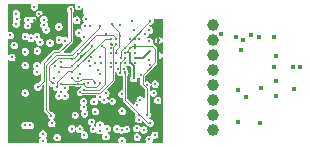
<source format=gbr>
%TF.GenerationSoftware,KiCad,Pcbnew,(7.0.0)*%
%TF.CreationDate,2023-08-10T15:11:27-07:00*%
%TF.ProjectId,Miniscope-v4-Wire-Free,4d696e69-7363-46f7-9065-2d76342d5769,rev?*%
%TF.SameCoordinates,Original*%
%TF.FileFunction,Copper,L4,Inr*%
%TF.FilePolarity,Positive*%
%FSLAX46Y46*%
G04 Gerber Fmt 4.6, Leading zero omitted, Abs format (unit mm)*
G04 Created by KiCad (PCBNEW (7.0.0)) date 2023-08-10 15:11:27*
%MOMM*%
%LPD*%
G01*
G04 APERTURE LIST*
%TA.AperFunction,ComponentPad*%
%ADD10C,1.000000*%
%TD*%
%TA.AperFunction,ViaPad*%
%ADD11C,0.304800*%
%TD*%
%TA.AperFunction,ViaPad*%
%ADD12C,0.254000*%
%TD*%
%TA.AperFunction,ViaPad*%
%ADD13C,0.400000*%
%TD*%
%TA.AperFunction,Conductor*%
%ADD14C,0.101600*%
%TD*%
%TA.AperFunction,Conductor*%
%ADD15C,0.152400*%
%TD*%
G04 APERTURE END LIST*
D10*
%TO.N,+3V3*%
%TO.C,J21*%
X97000000Y-60055000D03*
%TD*%
%TO.N,/I2C_BB_SCL*%
%TO.C,J22*%
X97000000Y-61325000D03*
%TD*%
%TO.N,/IR_REC*%
%TO.C,J24*%
X97000000Y-63865000D03*
%TD*%
%TO.N,/I_LED*%
%TO.C,J25*%
X97000000Y-65135000D03*
%TD*%
%TO.N,+1V8*%
%TO.C,J26*%
X97000000Y-66405000D03*
%TD*%
%TO.N,/nON*%
%TO.C,J27*%
X97000000Y-67675000D03*
%TD*%
%TO.N,/I2C_BB_SDA*%
%TO.C,J23*%
X97000000Y-62595000D03*
%TD*%
%TO.N,GND*%
%TO.C,J12*%
X97000000Y-68945000D03*
%TD*%
D11*
%TO.N,Net-(U1-FB1)*%
X87808100Y-66367500D03*
D12*
X90601400Y-66808300D03*
D11*
%TO.N,Net-(U1-FB2)*%
X90857000Y-66367500D03*
%TO.N,Net-(D2-K)*%
X82191800Y-65254200D03*
D12*
X84960400Y-58701000D03*
X84960400Y-58701000D03*
D11*
%TO.N,Net-(U1-SW1)*%
X87945402Y-69462600D03*
D12*
X89280600Y-68903800D03*
D11*
%TO.N,Net-(U1-SW2)*%
X90614100Y-69513400D03*
%TO.N,Net-(U6B-VSW)*%
X91615200Y-61410790D03*
D12*
%TO.N,Net-(Q2-B)*%
X86630160Y-60112368D03*
X85620800Y-58472400D03*
D11*
%TO.N,Net-(U1-PROG)*%
X87449600Y-68480000D03*
D12*
%TO.N,Net-(U1-HPWR)*%
X88491000Y-66473400D03*
X86738400Y-68213300D03*
D11*
%TO.N,GND*%
X81051000Y-68497400D03*
X83349700Y-68357700D03*
X85474133Y-59612893D03*
X81114500Y-65779600D03*
X92060200Y-69335600D03*
D13*
X99140000Y-68270000D03*
X102200000Y-63590000D03*
D11*
X83957611Y-64010396D03*
D13*
X103820000Y-63550000D03*
X100980000Y-68300000D03*
D12*
X89850400Y-62299800D03*
D11*
X83210000Y-61537800D03*
D13*
X102210000Y-61070000D03*
X99819400Y-66125600D03*
D11*
X81571700Y-61131400D03*
D12*
X86672400Y-62754000D03*
D11*
X83556203Y-64504598D03*
D12*
X89698000Y-68853000D03*
D11*
X86446800Y-64941400D03*
X83932200Y-66033600D03*
D13*
X99370000Y-62120000D03*
X104410000Y-63580000D03*
D11*
X86131000Y-67544900D03*
X82625800Y-69275800D03*
X85032200Y-68810200D03*
D12*
X85049800Y-62858600D03*
D11*
X82090200Y-63476200D03*
X91615200Y-69707000D03*
X83946500Y-60170600D03*
D12*
X90907800Y-62840800D03*
D11*
X88417000Y-59963000D03*
X83819600Y-69551500D03*
X81889200Y-58464400D03*
X85722400Y-68835600D03*
X81127200Y-62274400D03*
D12*
X89129800Y-60915800D03*
D11*
X89318700Y-67316300D03*
X90282200Y-64535000D03*
X82079700Y-63988900D03*
D12*
X81317700Y-60077300D03*
X89982200Y-62398200D03*
X89982200Y-62398200D03*
X88782200Y-62398200D03*
X88782200Y-62398200D03*
X90382200Y-63198200D03*
D11*
%TO.N,/SD_DAT2*%
X79844500Y-60890100D03*
%TO.N,/SD_DAT3*%
X80187400Y-61741000D03*
%TO.N,/SD_DAT0*%
X82067000Y-61017100D03*
%TO.N,/SD_CMD*%
X79971500Y-62769700D03*
D12*
X81305000Y-59569300D03*
D11*
%TO.N,/SD_CLK*%
X81130607Y-61000993D03*
%TO.N,/SD_DAT1*%
X80352500Y-59937600D03*
D12*
X81813000Y-59582000D03*
%TO.N,/USB_VBUS*%
X91983500Y-65774900D03*
D11*
X86933200Y-66502800D03*
%TO.N,/SWCLK*%
X86154200Y-60123400D03*
D12*
X89982200Y-61998200D03*
D11*
%TO.N,/SWDIO*%
X86116600Y-61029800D03*
D12*
X89582200Y-61998200D03*
D11*
%TO.N,+1V8*%
X91676198Y-62223610D03*
D13*
X100860800Y-61045600D03*
D11*
X81508200Y-68522800D03*
X81114500Y-63447200D03*
X82706100Y-60017900D03*
X91676174Y-59683600D03*
X84465600Y-66006475D03*
X84160800Y-63595200D03*
X88021597Y-68785053D03*
X82143200Y-62210900D03*
D12*
X90374400Y-61697800D03*
X85828800Y-62641800D03*
D11*
X91145275Y-68904400D03*
D13*
X102350000Y-62640000D03*
D11*
X85664425Y-60683005D03*
X87920000Y-65805000D03*
D12*
X86726200Y-61766400D03*
X90374400Y-61697800D03*
X89182200Y-62798200D03*
X86054800Y-66490800D03*
X90383800Y-62798200D03*
X92330200Y-66405000D03*
X89182200Y-62798200D03*
X86726200Y-61766400D03*
X90730600Y-68021100D03*
X90382200Y-61998200D03*
X89982200Y-62798200D03*
D11*
%TO.N,/SPI1_MOSI*%
X83451300Y-64966800D03*
D12*
X88782200Y-61198200D03*
X88782200Y-61198200D03*
D11*
%TO.N,/SPI1_MISO*%
X83787717Y-65298375D03*
D12*
X88382200Y-61198200D03*
X88382200Y-61198200D03*
%TO.N,/SPI1_SCK*%
X88782200Y-61598200D03*
X88782200Y-61598200D03*
X85787754Y-65731537D03*
X85787754Y-65731537D03*
%TO.N,/SPI1_NSS*%
X87640600Y-61791800D03*
X86052254Y-65490537D03*
X87640600Y-61791800D03*
D11*
%TO.N,/SDMMC1_D0*%
X82884880Y-60430360D03*
D12*
X88382200Y-61598200D03*
D11*
%TO.N,/SDMMC1_D1*%
X83982160Y-61273640D03*
X82675813Y-59581213D03*
%TO.N,/SDMMC1_D3*%
X80365202Y-59074000D03*
X84454600Y-61359968D03*
%TO.N,/SDMMC1_CMD*%
X80377900Y-59505800D03*
D12*
X87982200Y-60798200D03*
%TO.N,/SDMMC1_D2*%
X82309000Y-59073300D03*
X88382200Y-61998200D03*
D11*
%TO.N,/SDMMC1_CK*%
X82346400Y-61461600D03*
D12*
X88382200Y-62398200D03*
D11*
%TO.N,+3V3*%
X83946500Y-60720600D03*
X81216100Y-67684600D03*
D13*
X99133600Y-65490600D03*
D11*
X80035000Y-63950800D03*
X81114500Y-62833200D03*
X91424700Y-64644610D03*
D12*
X90434600Y-65576400D03*
X90079000Y-67913200D03*
D11*
X83792000Y-67802000D03*
X82259295Y-65741708D03*
X83311500Y-60720600D03*
D13*
X98930400Y-61020200D03*
D11*
X83652687Y-65681699D03*
D12*
X81813000Y-60077300D03*
X83946600Y-59416900D03*
X83946600Y-59416900D03*
X83551200Y-61995000D03*
X90434600Y-65576400D03*
X92365000Y-60039200D03*
X90079000Y-67913200D03*
X89901200Y-65144600D03*
X83551200Y-61995000D03*
D11*
X83300000Y-69880000D03*
D12*
X92365000Y-60039200D03*
X81813000Y-60077300D03*
D13*
%TO.N,/EWL_1*%
X102300000Y-65990000D03*
%TO.N,/EWL_2*%
X102299996Y-64770000D03*
D12*
%TO.N,/LED_PWM*%
X87472400Y-62746600D03*
D11*
X91245317Y-60771100D03*
%TO.N,VDC*%
X89307600Y-69800400D03*
X82625800Y-69830900D03*
X87043200Y-67349700D03*
D12*
X86861000Y-68843400D03*
D11*
%TO.N,/ENT*%
X90290855Y-60437692D03*
D12*
X88936000Y-63747600D03*
X90380880Y-61198200D03*
X88936000Y-63747600D03*
D11*
%TO.N,/VDD_PIX*%
X85546000Y-64489600D03*
X83627400Y-63519002D03*
D12*
X85546800Y-62490300D03*
X86046000Y-66989600D03*
D11*
%TO.N,/VDDA*%
X89129800Y-60025800D03*
%TO.N,/RESET_N*%
X84480000Y-65346075D03*
X86614267Y-63531700D03*
%TO.N,/TRIGGER0*%
X84165513Y-65676275D03*
X87550000Y-63250000D03*
%TO.N,/MONITOR0*%
X83330000Y-67690000D03*
D12*
X87475000Y-60072600D03*
X87475000Y-60072600D03*
D11*
%TO.N,/BAT+*%
X86125873Y-69346527D03*
D13*
%TO.N,/IR_REC*%
X101110000Y-65340000D03*
D11*
%TO.N,/XIN32*%
X91628400Y-60466300D03*
D12*
X88418600Y-61702200D03*
D11*
%TO.N,/XOUT32*%
X90167400Y-59640800D03*
%TO.N,/VDDCORE*%
X91589800Y-62993600D03*
%TO.N,/nRESET*%
X87437400Y-66084400D03*
D12*
X90382200Y-62398200D03*
D11*
%TO.N,/CLK1_OUT*%
X84150000Y-63150000D03*
X87058100Y-63224392D03*
D12*
%TO.N,/PCC_DEN2*%
X88382200Y-63198200D03*
X85546800Y-64992200D03*
%TO.N,/PCC_DATA0*%
X88382200Y-63598200D03*
X86471360Y-63041480D03*
%TO.N,/PCC_DEN1*%
X88782200Y-63198200D03*
X86046000Y-64989600D03*
%TO.N,/PCC_DATA1*%
X87250000Y-63836500D03*
X85046000Y-63489600D03*
%TO.N,/PCC_DATA3*%
X85045999Y-63988900D03*
X89182200Y-63198200D03*
%TO.N,/PCC_DATA2*%
X87423389Y-64153977D03*
X85546800Y-63493600D03*
%TO.N,/PCC_DATA5*%
X89153600Y-64042800D03*
X89153600Y-64042800D03*
X89582200Y-62798200D03*
X89582200Y-62798200D03*
%TO.N,/PCC_DATA4*%
X89582200Y-63198200D03*
X85724600Y-64141300D03*
D11*
%TO.N,/ADC0*%
X90536200Y-68776800D03*
D12*
X85340800Y-67650200D03*
X89982200Y-61198200D03*
D11*
%TO.N,/PCC_DATA7*%
X84175200Y-65002360D03*
D12*
X89982200Y-63198200D03*
X87462800Y-64921080D03*
%TO.N,/PCC_DATA6*%
X85048960Y-64494360D03*
X87056400Y-64916000D03*
X87056400Y-64916000D03*
X85048960Y-64494360D03*
D13*
%TO.N,/I2C_BB_SDA*%
X100238009Y-60867800D03*
D12*
X90782200Y-61198200D03*
X92381000Y-62595000D03*
D13*
%TO.N,/I2C_BB_SCL*%
X99565419Y-61285419D03*
D12*
X92402600Y-61317200D03*
X90782200Y-60798200D03*
%TO.N,/I_LED*%
X89443500Y-63730200D03*
D13*
X103900000Y-65410000D03*
D11*
X92123196Y-65025600D03*
%TO.N,/UART_RX*%
X91704600Y-68319600D03*
D12*
X89547946Y-64013589D03*
X89557454Y-64106237D03*
D11*
%TO.N,/UART_TX*%
X91441871Y-67629458D03*
D12*
X89582200Y-62398200D03*
X89582200Y-62398200D03*
D11*
%TO.N,/SD_DET*%
X86281200Y-59488402D03*
D12*
%TO.N,/PUSH_BUT_MCU*%
X89280600Y-65863790D03*
X91424700Y-65093500D03*
D13*
%TO.N,/nON*%
X97700000Y-60740000D03*
D12*
%TO.N,/3V3_EN*%
X90730600Y-67621100D03*
X90917200Y-64255600D03*
D11*
%TO.N,/nCHRG*%
X88872000Y-68810200D03*
X87398800Y-68962600D03*
D12*
X91692116Y-63424684D03*
%TD*%
D14*
%TO.N,Net-(D2-K)*%
X84960400Y-61373200D02*
X84008400Y-62325200D01*
X84008400Y-62325200D02*
X83576600Y-62325200D01*
X83576600Y-62325200D02*
X82662200Y-63239600D01*
X82662200Y-64783800D02*
X82191800Y-65254200D01*
X84960400Y-58701000D02*
X84960400Y-61373200D01*
X82662200Y-63239600D02*
X82662200Y-64783800D01*
%TO.N,GND*%
X89063000Y-60609000D02*
X88569399Y-60115399D01*
X88569399Y-60115399D02*
X88417000Y-59963000D01*
D15*
X89982200Y-62398200D02*
X89982200Y-63168200D01*
D14*
X88782200Y-62398200D02*
X88782200Y-62129178D01*
X88782200Y-62129178D02*
X89063000Y-61848378D01*
D15*
X89982200Y-63168200D02*
X90282200Y-63468200D01*
D14*
X89063000Y-61848378D02*
X89063000Y-60609000D01*
D15*
X90282200Y-63468200D02*
X90282200Y-64535000D01*
D14*
%TO.N,+1V8*%
X86726200Y-61766400D02*
X84897400Y-63595200D01*
X89182200Y-62798200D02*
X89182200Y-62177574D01*
X89182200Y-62177574D02*
X91676174Y-59683600D01*
D15*
X91101608Y-62798200D02*
X90383800Y-62798200D01*
D14*
X84897400Y-63595200D02*
X84160800Y-63595200D01*
D15*
X91101608Y-62798200D02*
X91676198Y-62223610D01*
D14*
%TO.N,/SPI1_MOSI*%
X83144800Y-63488694D02*
X83144800Y-64660300D01*
X88782200Y-61155400D02*
X88504200Y-60877400D01*
X83144800Y-64660300D02*
X83451300Y-64966800D01*
X88782200Y-61198200D02*
X88782200Y-61155400D01*
X83546806Y-64966800D02*
X83451300Y-64966800D01*
X88504200Y-60877400D02*
X87132600Y-60877400D01*
X85227600Y-62782400D02*
X83851094Y-62782400D01*
X83851094Y-62782400D02*
X83144800Y-63488694D01*
X87132600Y-60877400D02*
X85227600Y-62782400D01*
%TO.N,/SPI1_MISO*%
X88382200Y-61198200D02*
X87827800Y-61198200D01*
X84712827Y-63925400D02*
X83787717Y-64850510D01*
X85100600Y-63925400D02*
X84712827Y-63925400D01*
X83787717Y-64850510D02*
X83787717Y-65298375D01*
X87827800Y-61198200D02*
X85100600Y-63925400D01*
%TO.N,/SPI1_SCK*%
X88502799Y-61877601D02*
X88502799Y-64663401D01*
X88502799Y-64663401D02*
X87416200Y-65750000D01*
X88782200Y-61598200D02*
X88502799Y-61877601D01*
X87416200Y-65750000D02*
X85800000Y-65750000D01*
%TO.N,/SPI1_NSS*%
X87854801Y-62006001D02*
X87640600Y-61791800D01*
X87854801Y-64981199D02*
X87854801Y-62006001D01*
X87335789Y-65500211D02*
X87854801Y-64981199D01*
X86050000Y-65500000D02*
X86050211Y-65500211D01*
X86050211Y-65500211D02*
X87335789Y-65500211D01*
%TO.N,+3V3*%
X83602000Y-61944200D02*
X83602000Y-61065100D01*
D15*
X91424700Y-64644610D02*
X92365000Y-63704310D01*
D14*
X83551200Y-61995000D02*
X83602000Y-61944200D01*
D15*
X83729000Y-59175600D02*
X83957600Y-59404200D01*
X81813000Y-60077300D02*
X81813000Y-59859648D01*
X82497048Y-59175600D02*
X83729000Y-59175600D01*
X92365000Y-63704310D02*
X92365000Y-60039200D01*
X81813000Y-59859648D02*
X82497048Y-59175600D01*
D14*
X83602000Y-61065100D02*
X83946500Y-60720600D01*
%TO.N,/MONITOR0*%
X87348001Y-60199599D02*
X87348001Y-60280999D01*
X87348001Y-60280999D02*
X85075200Y-62553800D01*
X87475000Y-60072600D02*
X87348001Y-60199599D01*
X85075200Y-62553800D02*
X83703600Y-62553800D01*
X83177601Y-67537601D02*
X83330000Y-67690000D01*
X82890800Y-67250800D02*
X83177601Y-67537601D01*
X83703600Y-62553800D02*
X82890800Y-63366600D01*
X82890800Y-63366600D02*
X82890800Y-67250800D01*
%TO.N,/PCC_DATA5*%
X89153600Y-63226800D02*
X89582200Y-62798200D01*
X89153600Y-64042800D02*
X89153600Y-63226800D01*
%TO.N,/PCC_DATA7*%
X86025160Y-65002360D02*
X86294400Y-65271600D01*
X84175200Y-65002360D02*
X86025160Y-65002360D01*
X86294400Y-65271600D02*
X87112280Y-65271600D01*
X87112280Y-65271600D02*
X87462800Y-64921080D01*
%TO.N,/PCC_DATA6*%
X87056400Y-64916000D02*
X86726200Y-64585800D01*
X85692305Y-64794401D02*
X85349001Y-64794401D01*
X85900906Y-64585800D02*
X85692305Y-64794401D01*
X86726200Y-64585800D02*
X85900906Y-64585800D01*
X85349001Y-64794401D02*
X85048960Y-64494360D01*
%TO.N,/UART_RX*%
X89557454Y-66387980D02*
X91489074Y-68319600D01*
X91489074Y-68319600D02*
X91704600Y-68319600D01*
X89557454Y-64106237D02*
X89557454Y-66387980D01*
%TO.N,/UART_TX*%
X91069600Y-64230200D02*
X91069600Y-65014497D01*
X90163200Y-61817200D02*
X91857000Y-61817200D01*
X89582200Y-62398200D02*
X90163200Y-61817200D01*
X91069600Y-65014497D02*
X91441871Y-65386768D01*
X92111000Y-62071200D02*
X92111000Y-63188800D01*
X92111000Y-63188800D02*
X91069600Y-64230200D01*
X91441871Y-65386768D02*
X91441871Y-67629458D01*
X91857000Y-61817200D02*
X92111000Y-62071200D01*
%TD*%
%TA.AperFunction,Conductor*%
%TO.N,+3V3*%
G36*
X81581498Y-58261651D02*
G01*
X81598531Y-58291153D01*
X81592615Y-58324698D01*
X81585370Y-58337247D01*
X81579643Y-58347166D01*
X81579641Y-58347169D01*
X81577466Y-58350938D01*
X81557460Y-58464400D01*
X81577466Y-58577862D01*
X81635072Y-58677638D01*
X81638404Y-58680434D01*
X81638406Y-58680436D01*
X81662914Y-58701000D01*
X81723330Y-58751695D01*
X81831594Y-58791100D01*
X81942447Y-58791100D01*
X81946806Y-58791100D01*
X82055070Y-58751695D01*
X82143328Y-58677638D01*
X82200934Y-58577862D01*
X82220940Y-58464400D01*
X82200934Y-58350938D01*
X82185784Y-58324698D01*
X82179869Y-58291153D01*
X82196902Y-58261651D01*
X82228913Y-58250000D01*
X85315035Y-58250000D01*
X85347046Y-58261651D01*
X85364078Y-58291152D01*
X85358163Y-58324699D01*
X85335483Y-58363982D01*
X85335480Y-58363987D01*
X85333303Y-58367760D01*
X85314852Y-58472400D01*
X85315609Y-58476693D01*
X85315609Y-58476694D01*
X85326716Y-58539687D01*
X85320801Y-58573234D01*
X85314802Y-58578268D01*
X85320559Y-58578268D01*
X85346654Y-58600165D01*
X85386430Y-58669060D01*
X85389762Y-58671856D01*
X85389764Y-58671858D01*
X85424495Y-58701000D01*
X85467826Y-58737359D01*
X85471917Y-58738848D01*
X85471919Y-58738849D01*
X85507214Y-58751695D01*
X85567673Y-58773700D01*
X85669568Y-58773700D01*
X85673927Y-58773700D01*
X85773774Y-58737359D01*
X85855170Y-58669060D01*
X85907071Y-58579162D01*
X85931142Y-58558053D01*
X85963089Y-58555959D01*
X85989709Y-58573746D01*
X86000000Y-58604062D01*
X86000000Y-59000000D01*
X86007004Y-59007004D01*
X86124372Y-59124372D01*
X86138201Y-59150937D01*
X86134294Y-59180629D01*
X86115633Y-59200996D01*
X86115330Y-59201107D01*
X86112000Y-59203900D01*
X86111995Y-59203904D01*
X86030406Y-59272365D01*
X86030401Y-59272369D01*
X86027072Y-59275164D01*
X86024896Y-59278932D01*
X86024895Y-59278934D01*
X85971645Y-59371165D01*
X85971644Y-59371167D01*
X85969466Y-59374940D01*
X85968709Y-59379230D01*
X85968709Y-59379232D01*
X85956354Y-59449301D01*
X85949460Y-59488402D01*
X85953285Y-59510093D01*
X85965963Y-59582000D01*
X85969466Y-59601864D01*
X86027072Y-59701640D01*
X86030404Y-59704436D01*
X86030406Y-59704438D01*
X86061043Y-59730145D01*
X86078075Y-59759646D01*
X86072160Y-59793194D01*
X86046065Y-59815091D01*
X85992424Y-59834614D01*
X85992419Y-59834616D01*
X85988330Y-59836105D01*
X85984993Y-59838904D01*
X85984991Y-59838906D01*
X85903406Y-59907363D01*
X85903401Y-59907367D01*
X85900072Y-59910162D01*
X85897896Y-59913930D01*
X85897895Y-59913932D01*
X85844645Y-60006163D01*
X85844644Y-60006165D01*
X85842466Y-60009938D01*
X85841709Y-60014228D01*
X85841709Y-60014230D01*
X85828384Y-60089800D01*
X85822460Y-60123400D01*
X85842466Y-60236862D01*
X85844645Y-60240636D01*
X85893946Y-60326028D01*
X85900192Y-60357428D01*
X85886032Y-60386142D01*
X85857318Y-60400302D01*
X85830560Y-60394979D01*
X85830295Y-60395710D01*
X85726126Y-60357795D01*
X85726123Y-60357794D01*
X85722031Y-60356305D01*
X85606819Y-60356305D01*
X85602727Y-60357794D01*
X85602723Y-60357795D01*
X85502649Y-60394219D01*
X85502644Y-60394221D01*
X85498555Y-60395710D01*
X85495218Y-60398509D01*
X85495216Y-60398511D01*
X85413631Y-60466968D01*
X85413626Y-60466972D01*
X85410297Y-60469767D01*
X85408121Y-60473535D01*
X85408120Y-60473537D01*
X85354870Y-60565768D01*
X85354869Y-60565770D01*
X85352691Y-60569543D01*
X85351934Y-60573833D01*
X85351934Y-60573835D01*
X85341609Y-60632394D01*
X85332685Y-60683005D01*
X85352691Y-60796467D01*
X85410297Y-60896243D01*
X85413629Y-60899039D01*
X85413631Y-60899041D01*
X85465695Y-60942727D01*
X85498555Y-60970300D01*
X85606819Y-61009705D01*
X85717670Y-61009705D01*
X85722031Y-61009705D01*
X85726132Y-61008211D01*
X85730350Y-61007468D01*
X85756032Y-61009713D01*
X85777150Y-61024499D01*
X85788045Y-61047864D01*
X85804108Y-61138968D01*
X85804109Y-61138972D01*
X85804866Y-61143262D01*
X85862472Y-61243038D01*
X85865804Y-61245834D01*
X85865806Y-61245836D01*
X85874709Y-61253306D01*
X85948844Y-61315513D01*
X85964105Y-61337997D01*
X85965291Y-61365146D01*
X85952047Y-61388875D01*
X85005410Y-62335514D01*
X84989254Y-62346309D01*
X84970196Y-62350100D01*
X84391804Y-62350100D01*
X84356590Y-62335514D01*
X84342004Y-62300300D01*
X84356590Y-62265086D01*
X85073980Y-61547694D01*
X85081260Y-61542528D01*
X85081228Y-61542488D01*
X85085614Y-61538989D01*
X85090671Y-61536555D01*
X85110794Y-61511319D01*
X85114500Y-61507173D01*
X85120668Y-61501007D01*
X85125303Y-61493629D01*
X85128530Y-61489081D01*
X85148648Y-61463855D01*
X85149896Y-61458385D01*
X85152332Y-61453328D01*
X85152379Y-61453350D01*
X85152824Y-61452275D01*
X85152774Y-61452258D01*
X85154627Y-61446961D01*
X85157614Y-61442209D01*
X85161225Y-61410147D01*
X85162158Y-61404659D01*
X85164100Y-61396154D01*
X85164100Y-61387440D01*
X85164413Y-61381864D01*
X85164975Y-61376872D01*
X85168025Y-61349806D01*
X85166170Y-61344506D01*
X85165543Y-61338935D01*
X85165595Y-61338929D01*
X85164100Y-61330129D01*
X85164100Y-59886018D01*
X85177677Y-59851843D01*
X85211004Y-59836302D01*
X85245911Y-59847869D01*
X85279365Y-59875940D01*
X85308263Y-59900188D01*
X85416527Y-59939593D01*
X85527380Y-59939593D01*
X85531739Y-59939593D01*
X85640003Y-59900188D01*
X85728261Y-59826131D01*
X85785867Y-59726355D01*
X85805873Y-59612893D01*
X85785867Y-59499431D01*
X85728261Y-59399655D01*
X85724927Y-59396858D01*
X85724926Y-59396856D01*
X85643341Y-59328399D01*
X85640003Y-59325598D01*
X85635910Y-59324108D01*
X85635908Y-59324107D01*
X85535834Y-59287683D01*
X85535831Y-59287682D01*
X85531739Y-59286193D01*
X85416527Y-59286193D01*
X85412435Y-59287682D01*
X85412431Y-59287683D01*
X85312357Y-59324107D01*
X85312352Y-59324109D01*
X85308263Y-59325598D01*
X85304926Y-59328397D01*
X85304924Y-59328399D01*
X85245911Y-59377917D01*
X85211004Y-59389484D01*
X85177677Y-59373943D01*
X85164100Y-59339768D01*
X85164100Y-58946617D01*
X85168766Y-58925570D01*
X85181888Y-58908468D01*
X85194770Y-58897660D01*
X85247897Y-58805640D01*
X85266348Y-58701000D01*
X85254483Y-58633711D01*
X85260398Y-58600165D01*
X85266397Y-58595131D01*
X85260640Y-58595131D01*
X85234545Y-58573234D01*
X85194770Y-58504340D01*
X85191436Y-58501543D01*
X85191435Y-58501541D01*
X85116711Y-58438841D01*
X85116710Y-58438840D01*
X85113374Y-58436041D01*
X85109284Y-58434552D01*
X85109280Y-58434550D01*
X85017622Y-58401190D01*
X85017619Y-58401189D01*
X85013527Y-58399700D01*
X84907273Y-58399700D01*
X84903181Y-58401189D01*
X84903177Y-58401190D01*
X84811519Y-58434550D01*
X84811512Y-58434553D01*
X84807426Y-58436041D01*
X84804091Y-58438839D01*
X84804088Y-58438841D01*
X84729364Y-58501541D01*
X84729359Y-58501545D01*
X84726030Y-58504340D01*
X84723854Y-58508108D01*
X84723853Y-58508110D01*
X84680444Y-58583299D01*
X84672903Y-58596360D01*
X84672146Y-58600650D01*
X84672146Y-58600652D01*
X84660749Y-58665289D01*
X84654452Y-58701000D01*
X84672903Y-58805640D01*
X84726030Y-58897660D01*
X84738911Y-58908468D01*
X84752034Y-58925570D01*
X84756700Y-58946617D01*
X84756700Y-61080187D01*
X84743123Y-61114362D01*
X84709796Y-61129903D01*
X84674889Y-61118336D01*
X84674761Y-61118229D01*
X84620470Y-61072673D01*
X84616377Y-61071183D01*
X84616375Y-61071182D01*
X84516301Y-61034758D01*
X84516298Y-61034757D01*
X84512206Y-61033268D01*
X84396994Y-61033268D01*
X84392902Y-61034757D01*
X84392898Y-61034758D01*
X84288730Y-61072673D01*
X84287990Y-61070641D01*
X84262750Y-61075048D01*
X84236657Y-61059961D01*
X84236288Y-61060402D01*
X84148030Y-60986345D01*
X84143937Y-60984855D01*
X84143935Y-60984854D01*
X84043861Y-60948430D01*
X84043858Y-60948429D01*
X84039766Y-60946940D01*
X83924554Y-60946940D01*
X83920462Y-60948429D01*
X83920458Y-60948430D01*
X83820384Y-60984854D01*
X83820379Y-60984856D01*
X83816290Y-60986345D01*
X83812953Y-60989144D01*
X83812951Y-60989146D01*
X83731366Y-61057603D01*
X83731361Y-61057607D01*
X83728032Y-61060402D01*
X83725856Y-61064170D01*
X83725855Y-61064172D01*
X83672605Y-61156403D01*
X83672604Y-61156405D01*
X83670426Y-61160178D01*
X83669669Y-61164468D01*
X83669669Y-61164470D01*
X83660895Y-61214231D01*
X83650420Y-61273640D01*
X83651177Y-61277933D01*
X83664312Y-61352430D01*
X83670426Y-61387102D01*
X83728032Y-61486878D01*
X83731364Y-61489674D01*
X83731366Y-61489676D01*
X83772573Y-61524252D01*
X83816290Y-61560935D01*
X83924554Y-61600340D01*
X84035407Y-61600340D01*
X84039766Y-61600340D01*
X84148030Y-61560935D01*
X84148787Y-61563014D01*
X84173888Y-61558537D01*
X84200100Y-61573649D01*
X84200472Y-61573206D01*
X84203810Y-61576007D01*
X84203812Y-61576009D01*
X84235375Y-61602493D01*
X84288730Y-61647263D01*
X84292825Y-61648753D01*
X84292828Y-61648755D01*
X84295577Y-61649756D01*
X84320929Y-61670409D01*
X84328006Y-61702334D01*
X84313757Y-61731766D01*
X83938610Y-62106914D01*
X83922454Y-62117709D01*
X83903396Y-62121500D01*
X83619671Y-62121500D01*
X83610870Y-62120004D01*
X83610865Y-62120057D01*
X83605292Y-62119428D01*
X83599994Y-62117575D01*
X83594418Y-62118203D01*
X83594416Y-62118203D01*
X83567936Y-62121187D01*
X83562360Y-62121500D01*
X83553646Y-62121500D01*
X83550924Y-62122121D01*
X83550916Y-62122122D01*
X83545144Y-62123439D01*
X83539648Y-62124373D01*
X83513166Y-62127357D01*
X83513162Y-62127358D01*
X83507591Y-62127986D01*
X83502839Y-62130970D01*
X83497547Y-62132823D01*
X83497530Y-62132774D01*
X83496445Y-62133224D01*
X83496468Y-62133270D01*
X83491416Y-62135702D01*
X83485945Y-62136952D01*
X83481559Y-62140449D01*
X83481554Y-62140452D01*
X83460724Y-62157063D01*
X83456177Y-62160290D01*
X83451165Y-62163440D01*
X83451162Y-62163442D01*
X83448793Y-62164931D01*
X83446815Y-62166908D01*
X83446812Y-62166911D01*
X83442620Y-62171102D01*
X83438464Y-62174815D01*
X83417634Y-62191428D01*
X83417632Y-62191429D01*
X83413245Y-62194929D01*
X83410809Y-62199985D01*
X83407313Y-62204370D01*
X83407272Y-62204337D01*
X83402107Y-62211615D01*
X82548615Y-63065107D01*
X82541337Y-63070272D01*
X82541370Y-63070313D01*
X82536985Y-63073809D01*
X82531929Y-63076245D01*
X82528429Y-63080632D01*
X82528428Y-63080634D01*
X82511815Y-63101464D01*
X82508102Y-63105620D01*
X82503911Y-63109812D01*
X82503908Y-63109815D01*
X82501931Y-63111793D01*
X82500442Y-63114162D01*
X82500440Y-63114165D01*
X82497290Y-63119177D01*
X82494063Y-63123724D01*
X82477452Y-63144554D01*
X82477449Y-63144559D01*
X82473952Y-63148945D01*
X82472702Y-63154416D01*
X82470270Y-63159468D01*
X82470224Y-63159445D01*
X82469774Y-63160530D01*
X82469823Y-63160547D01*
X82467970Y-63165839D01*
X82464986Y-63170591D01*
X82464358Y-63176162D01*
X82464357Y-63176166D01*
X82461373Y-63202648D01*
X82460439Y-63208144D01*
X82459122Y-63213916D01*
X82459121Y-63213924D01*
X82458500Y-63216646D01*
X82458500Y-63219441D01*
X82458500Y-63225360D01*
X82458187Y-63230936D01*
X82455788Y-63252232D01*
X82454575Y-63262994D01*
X82455898Y-63266775D01*
X82448569Y-63298203D01*
X82422218Y-63318618D01*
X82388892Y-63317838D01*
X82363526Y-63296213D01*
X82344328Y-63262962D01*
X82340994Y-63260165D01*
X82340993Y-63260163D01*
X82260640Y-63192740D01*
X82256070Y-63188905D01*
X82251977Y-63187415D01*
X82251975Y-63187414D01*
X82151901Y-63150990D01*
X82151898Y-63150989D01*
X82147806Y-63149500D01*
X82032594Y-63149500D01*
X82028502Y-63150989D01*
X82028498Y-63150990D01*
X81928424Y-63187414D01*
X81928419Y-63187416D01*
X81924330Y-63188905D01*
X81920993Y-63191704D01*
X81920991Y-63191706D01*
X81839406Y-63260163D01*
X81839401Y-63260167D01*
X81836072Y-63262962D01*
X81833896Y-63266730D01*
X81833895Y-63266732D01*
X81780645Y-63358963D01*
X81780644Y-63358965D01*
X81778466Y-63362738D01*
X81777709Y-63367028D01*
X81777709Y-63367030D01*
X81766712Y-63429401D01*
X81758460Y-63476200D01*
X81778466Y-63589662D01*
X81780645Y-63593436D01*
X81819328Y-63660438D01*
X81836072Y-63689438D01*
X81839411Y-63692239D01*
X81842210Y-63695575D01*
X81841047Y-63696550D01*
X81852432Y-63713856D01*
X81852435Y-63742424D01*
X81836738Y-63766292D01*
X81828907Y-63772862D01*
X81828902Y-63772867D01*
X81825572Y-63775662D01*
X81823396Y-63779430D01*
X81823395Y-63779432D01*
X81770145Y-63871663D01*
X81770144Y-63871665D01*
X81767966Y-63875438D01*
X81767209Y-63879728D01*
X81767209Y-63879730D01*
X81764535Y-63894897D01*
X81747960Y-63988900D01*
X81767966Y-64102362D01*
X81825572Y-64202138D01*
X81828904Y-64204934D01*
X81828906Y-64204936D01*
X81872657Y-64241647D01*
X81913830Y-64276195D01*
X82022094Y-64315600D01*
X82132947Y-64315600D01*
X82137306Y-64315600D01*
X82245570Y-64276195D01*
X82333828Y-64202138D01*
X82365572Y-64147155D01*
X82389642Y-64126047D01*
X82421589Y-64123953D01*
X82448209Y-64141740D01*
X82458500Y-64172056D01*
X82458500Y-64678796D01*
X82443914Y-64714010D01*
X82245010Y-64912914D01*
X82209796Y-64927500D01*
X82134194Y-64927500D01*
X82130102Y-64928989D01*
X82130098Y-64928990D01*
X82030024Y-64965414D01*
X82030019Y-64965416D01*
X82025930Y-64966905D01*
X82022593Y-64969704D01*
X82022591Y-64969706D01*
X81941006Y-65038163D01*
X81941001Y-65038167D01*
X81937672Y-65040962D01*
X81935496Y-65044730D01*
X81935495Y-65044732D01*
X81882245Y-65136963D01*
X81882244Y-65136965D01*
X81880066Y-65140738D01*
X81879309Y-65145028D01*
X81879309Y-65145030D01*
X81877389Y-65155921D01*
X81860060Y-65254200D01*
X81861877Y-65264507D01*
X81873045Y-65327846D01*
X81880066Y-65367662D01*
X81937672Y-65467438D01*
X81941004Y-65470234D01*
X81941006Y-65470236D01*
X81981959Y-65504599D01*
X82025930Y-65541495D01*
X82134194Y-65580900D01*
X82245047Y-65580900D01*
X82249406Y-65580900D01*
X82357670Y-65541495D01*
X82445928Y-65467438D01*
X82503534Y-65367662D01*
X82523540Y-65254200D01*
X82521496Y-65242608D01*
X82523044Y-65218988D01*
X82535326Y-65198749D01*
X82602087Y-65131990D01*
X82637300Y-65117404D01*
X82672514Y-65131990D01*
X82687100Y-65167204D01*
X82687100Y-67207729D01*
X82685604Y-67216529D01*
X82685657Y-67216535D01*
X82685028Y-67222108D01*
X82683175Y-67227406D01*
X82683803Y-67232981D01*
X82683803Y-67232983D01*
X82686787Y-67259464D01*
X82687100Y-67265040D01*
X82687100Y-67273754D01*
X82687719Y-67276470D01*
X82687721Y-67276480D01*
X82689039Y-67282252D01*
X82689974Y-67287755D01*
X82692706Y-67312007D01*
X82693586Y-67319809D01*
X82696572Y-67324561D01*
X82698424Y-67329854D01*
X82698374Y-67329871D01*
X82698822Y-67330951D01*
X82698868Y-67330930D01*
X82701303Y-67335987D01*
X82702552Y-67341455D01*
X82706047Y-67345838D01*
X82706049Y-67345841D01*
X82722658Y-67366667D01*
X82725889Y-67371220D01*
X82729042Y-67376238D01*
X82729044Y-67376241D01*
X82730531Y-67378607D01*
X82732507Y-67380583D01*
X82736696Y-67384772D01*
X82740417Y-67388936D01*
X82753631Y-67405506D01*
X82760529Y-67414155D01*
X82765582Y-67416588D01*
X82769972Y-67420089D01*
X82769939Y-67420130D01*
X82777218Y-67425294D01*
X82986473Y-67634549D01*
X82998754Y-67654786D01*
X83000303Y-67678407D01*
X82999016Y-67685707D01*
X82999016Y-67685712D01*
X82998260Y-67690000D01*
X82999016Y-67694288D01*
X82999016Y-67694291D01*
X83016985Y-67796199D01*
X83018266Y-67803462D01*
X83075872Y-67903238D01*
X83079204Y-67906034D01*
X83079206Y-67906036D01*
X83096744Y-67920752D01*
X83164130Y-67977295D01*
X83171091Y-67979828D01*
X83175696Y-67981505D01*
X83203166Y-68005949D01*
X83206375Y-68042579D01*
X83184600Y-68070124D01*
X83183830Y-68070405D01*
X83180500Y-68073198D01*
X83180495Y-68073202D01*
X83098906Y-68141663D01*
X83098901Y-68141667D01*
X83095572Y-68144462D01*
X83093396Y-68148230D01*
X83093395Y-68148232D01*
X83040145Y-68240463D01*
X83040144Y-68240465D01*
X83037966Y-68244238D01*
X83017960Y-68357700D01*
X83037966Y-68471162D01*
X83095572Y-68570938D01*
X83098904Y-68573734D01*
X83098906Y-68573736D01*
X83138424Y-68606895D01*
X83183830Y-68644995D01*
X83292094Y-68684400D01*
X83402947Y-68684400D01*
X83407306Y-68684400D01*
X83515570Y-68644995D01*
X83603828Y-68570938D01*
X83661434Y-68471162D01*
X83681440Y-68357700D01*
X83661434Y-68244238D01*
X83643572Y-68213300D01*
X86432452Y-68213300D01*
X86450903Y-68317940D01*
X86504030Y-68409960D01*
X86507362Y-68412756D01*
X86507364Y-68412758D01*
X86540380Y-68440461D01*
X86585426Y-68478259D01*
X86673152Y-68510188D01*
X86699248Y-68532085D01*
X86705163Y-68565632D01*
X86688131Y-68595134D01*
X86629964Y-68643941D01*
X86629959Y-68643945D01*
X86626630Y-68646740D01*
X86624454Y-68650508D01*
X86624453Y-68650510D01*
X86577252Y-68732267D01*
X86573503Y-68738760D01*
X86572746Y-68743050D01*
X86572746Y-68743052D01*
X86563546Y-68795230D01*
X86555052Y-68843400D01*
X86573503Y-68948040D01*
X86626630Y-69040060D01*
X86629962Y-69042856D01*
X86629964Y-69042858D01*
X86666886Y-69073839D01*
X86708026Y-69108359D01*
X86712117Y-69109848D01*
X86712119Y-69109849D01*
X86752057Y-69124385D01*
X86807873Y-69144700D01*
X86909768Y-69144700D01*
X86914127Y-69144700D01*
X87013974Y-69108359D01*
X87030311Y-69094650D01*
X87056537Y-69083337D01*
X87084670Y-69088297D01*
X87105447Y-69107899D01*
X87144672Y-69175838D01*
X87148004Y-69178634D01*
X87148006Y-69178636D01*
X87172658Y-69199321D01*
X87232930Y-69249895D01*
X87341194Y-69289300D01*
X87452047Y-69289300D01*
X87456406Y-69289300D01*
X87564670Y-69249895D01*
X87593292Y-69225878D01*
X87625301Y-69214227D01*
X87657312Y-69225877D01*
X87674345Y-69255379D01*
X87668430Y-69288927D01*
X87635847Y-69345363D01*
X87635846Y-69345365D01*
X87633668Y-69349138D01*
X87632911Y-69353428D01*
X87632911Y-69353430D01*
X87618658Y-69434263D01*
X87613662Y-69462600D01*
X87633668Y-69576062D01*
X87691274Y-69675838D01*
X87694606Y-69678634D01*
X87694608Y-69678636D01*
X87728495Y-69707070D01*
X87779532Y-69749895D01*
X87887796Y-69789300D01*
X87998649Y-69789300D01*
X88003008Y-69789300D01*
X88111272Y-69749895D01*
X88199530Y-69675838D01*
X88257136Y-69576062D01*
X88277142Y-69462600D01*
X88257136Y-69349138D01*
X88199530Y-69249362D01*
X88196196Y-69246565D01*
X88196195Y-69246563D01*
X88114821Y-69178283D01*
X88097789Y-69148782D01*
X88103704Y-69115234D01*
X88129800Y-69093337D01*
X88187467Y-69072348D01*
X88275725Y-68998291D01*
X88333331Y-68898515D01*
X88348903Y-68810200D01*
X88540260Y-68810200D01*
X88560266Y-68923662D01*
X88617872Y-69023438D01*
X88621204Y-69026234D01*
X88621206Y-69026236D01*
X88662986Y-69061293D01*
X88706130Y-69097495D01*
X88814394Y-69136900D01*
X88925247Y-69136900D01*
X88929606Y-69136900D01*
X89014220Y-69106102D01*
X89039899Y-69103857D01*
X89063260Y-69114750D01*
X89127626Y-69168759D01*
X89131717Y-69170248D01*
X89131719Y-69170249D01*
X89153312Y-69178108D01*
X89227473Y-69205100D01*
X89329368Y-69205100D01*
X89333727Y-69205100D01*
X89433574Y-69168759D01*
X89488772Y-69122442D01*
X89516442Y-69110981D01*
X89543988Y-69117088D01*
X89545026Y-69117959D01*
X89644873Y-69154300D01*
X89746768Y-69154300D01*
X89751127Y-69154300D01*
X89850974Y-69117959D01*
X89932370Y-69049660D01*
X89985497Y-68957640D01*
X90003948Y-68853000D01*
X89990512Y-68776800D01*
X90204460Y-68776800D01*
X90224466Y-68890262D01*
X90282072Y-68990038D01*
X90285404Y-68992834D01*
X90285406Y-68992836D01*
X90317573Y-69019827D01*
X90370330Y-69064095D01*
X90478594Y-69103500D01*
X90482953Y-69103500D01*
X90502653Y-69103500D01*
X90534664Y-69115151D01*
X90551696Y-69144652D01*
X90545781Y-69178200D01*
X90519686Y-69200097D01*
X90452324Y-69224614D01*
X90452319Y-69224616D01*
X90448230Y-69226105D01*
X90444893Y-69228904D01*
X90444891Y-69228906D01*
X90363306Y-69297363D01*
X90363301Y-69297367D01*
X90359972Y-69300162D01*
X90357796Y-69303930D01*
X90357795Y-69303932D01*
X90304545Y-69396163D01*
X90304544Y-69396165D01*
X90302366Y-69399938D01*
X90301609Y-69404228D01*
X90301609Y-69404230D01*
X90286656Y-69489038D01*
X90282360Y-69513400D01*
X90302366Y-69626862D01*
X90359972Y-69726638D01*
X90363304Y-69729434D01*
X90363306Y-69729436D01*
X90415370Y-69773122D01*
X90448230Y-69800695D01*
X90556494Y-69840100D01*
X90667347Y-69840100D01*
X90671706Y-69840100D01*
X90779970Y-69800695D01*
X90868228Y-69726638D01*
X90925834Y-69626862D01*
X90945840Y-69513400D01*
X90925834Y-69399938D01*
X90868228Y-69300162D01*
X90864894Y-69297365D01*
X90864893Y-69297363D01*
X90783308Y-69228906D01*
X90779970Y-69226105D01*
X90775877Y-69224615D01*
X90775875Y-69224614D01*
X90675801Y-69188190D01*
X90675798Y-69188189D01*
X90671706Y-69186700D01*
X90647647Y-69186700D01*
X90615636Y-69175049D01*
X90598604Y-69145548D01*
X90604519Y-69112000D01*
X90630614Y-69090103D01*
X90658822Y-69079836D01*
X90702070Y-69064095D01*
X90763155Y-69012838D01*
X90789381Y-69001526D01*
X90817513Y-69006486D01*
X90838290Y-69026088D01*
X90891147Y-69117638D01*
X90894479Y-69120434D01*
X90894481Y-69120436D01*
X90914292Y-69137059D01*
X90979405Y-69191695D01*
X91087669Y-69231100D01*
X91198522Y-69231100D01*
X91202881Y-69231100D01*
X91311145Y-69191695D01*
X91399403Y-69117638D01*
X91457009Y-69017862D01*
X91477015Y-68904400D01*
X91457009Y-68790938D01*
X91399403Y-68691162D01*
X91396069Y-68688365D01*
X91396068Y-68688363D01*
X91314483Y-68619906D01*
X91311145Y-68617105D01*
X91307052Y-68615615D01*
X91307050Y-68615614D01*
X91206976Y-68579190D01*
X91206973Y-68579189D01*
X91202881Y-68577700D01*
X91087669Y-68577700D01*
X91083577Y-68579189D01*
X91083573Y-68579190D01*
X90983499Y-68615614D01*
X90983494Y-68615616D01*
X90979405Y-68617105D01*
X90976068Y-68619904D01*
X90976066Y-68619906D01*
X90918322Y-68668359D01*
X90892092Y-68679673D01*
X90863961Y-68674713D01*
X90843184Y-68655111D01*
X90790328Y-68563562D01*
X90786994Y-68560765D01*
X90786993Y-68560763D01*
X90705408Y-68492306D01*
X90702070Y-68489505D01*
X90697977Y-68488015D01*
X90697975Y-68488014D01*
X90597901Y-68451590D01*
X90597898Y-68451589D01*
X90593806Y-68450100D01*
X90478594Y-68450100D01*
X90474502Y-68451589D01*
X90474498Y-68451590D01*
X90374424Y-68488014D01*
X90374419Y-68488016D01*
X90370330Y-68489505D01*
X90366993Y-68492304D01*
X90366991Y-68492306D01*
X90285406Y-68560763D01*
X90285401Y-68560767D01*
X90282072Y-68563562D01*
X90279896Y-68567330D01*
X90279895Y-68567332D01*
X90226645Y-68659563D01*
X90226644Y-68659565D01*
X90224466Y-68663338D01*
X90223709Y-68667628D01*
X90223709Y-68667630D01*
X90215458Y-68714426D01*
X90204460Y-68776800D01*
X89990512Y-68776800D01*
X89985497Y-68748360D01*
X89932370Y-68656340D01*
X89929036Y-68653543D01*
X89929035Y-68653541D01*
X89854311Y-68590841D01*
X89854310Y-68590840D01*
X89850974Y-68588041D01*
X89846884Y-68586552D01*
X89846880Y-68586550D01*
X89755222Y-68553190D01*
X89755219Y-68553189D01*
X89751127Y-68551700D01*
X89644873Y-68551700D01*
X89640781Y-68553189D01*
X89640777Y-68553190D01*
X89549119Y-68586550D01*
X89549112Y-68586553D01*
X89545026Y-68588041D01*
X89541689Y-68590840D01*
X89541689Y-68590841D01*
X89489827Y-68634357D01*
X89462158Y-68645817D01*
X89434611Y-68639711D01*
X89433574Y-68638841D01*
X89429478Y-68637350D01*
X89337822Y-68603990D01*
X89337819Y-68603989D01*
X89333727Y-68602500D01*
X89227473Y-68602500D01*
X89223382Y-68603988D01*
X89223376Y-68603990D01*
X89185407Y-68617810D01*
X89155484Y-68619116D01*
X89130224Y-68603022D01*
X89128308Y-68600739D01*
X89126128Y-68596962D01*
X89121157Y-68592791D01*
X89053042Y-68535636D01*
X89037870Y-68522905D01*
X89033777Y-68521415D01*
X89033775Y-68521414D01*
X88933701Y-68484990D01*
X88933698Y-68484989D01*
X88929606Y-68483500D01*
X88814394Y-68483500D01*
X88810302Y-68484989D01*
X88810298Y-68484990D01*
X88710224Y-68521414D01*
X88710219Y-68521416D01*
X88706130Y-68522905D01*
X88702793Y-68525704D01*
X88702791Y-68525706D01*
X88621206Y-68594163D01*
X88621201Y-68594167D01*
X88617872Y-68596962D01*
X88615696Y-68600730D01*
X88615695Y-68600732D01*
X88562445Y-68692963D01*
X88562444Y-68692965D01*
X88560266Y-68696738D01*
X88559509Y-68701028D01*
X88559509Y-68701030D01*
X88552843Y-68738836D01*
X88540260Y-68810200D01*
X88348903Y-68810200D01*
X88353337Y-68785053D01*
X88333331Y-68671591D01*
X88275725Y-68571815D01*
X88272391Y-68569018D01*
X88272390Y-68569016D01*
X88195322Y-68504349D01*
X88187467Y-68497758D01*
X88183374Y-68496268D01*
X88183372Y-68496267D01*
X88083298Y-68459843D01*
X88083295Y-68459842D01*
X88079203Y-68458353D01*
X87963991Y-68458353D01*
X87959899Y-68459842D01*
X87959895Y-68459843D01*
X87859819Y-68496268D01*
X87859816Y-68496269D01*
X87855727Y-68497758D01*
X87852622Y-68500362D01*
X87822104Y-68506663D01*
X87793712Y-68493423D01*
X87778845Y-68465851D01*
X87761334Y-68366538D01*
X87703728Y-68266762D01*
X87700394Y-68263965D01*
X87700393Y-68263963D01*
X87618808Y-68195506D01*
X87615470Y-68192705D01*
X87611377Y-68191215D01*
X87611375Y-68191214D01*
X87511301Y-68154790D01*
X87511298Y-68154789D01*
X87507206Y-68153300D01*
X87391994Y-68153300D01*
X87387902Y-68154789D01*
X87387898Y-68154790D01*
X87287824Y-68191214D01*
X87287819Y-68191216D01*
X87283730Y-68192705D01*
X87280393Y-68195504D01*
X87280391Y-68195506D01*
X87198806Y-68263963D01*
X87198801Y-68263967D01*
X87195472Y-68266762D01*
X87193296Y-68270530D01*
X87193295Y-68270532D01*
X87140045Y-68362763D01*
X87140044Y-68362765D01*
X87137866Y-68366538D01*
X87137109Y-68370828D01*
X87137109Y-68370830D01*
X87124837Y-68440429D01*
X87117860Y-68480000D01*
X87130765Y-68553190D01*
X87132512Y-68563097D01*
X87128602Y-68592791D01*
X87108368Y-68614872D01*
X87079127Y-68621354D01*
X87051457Y-68609893D01*
X87043268Y-68603022D01*
X87013974Y-68578441D01*
X87009882Y-68576951D01*
X87009881Y-68576951D01*
X86926246Y-68546511D01*
X86900151Y-68524614D01*
X86894236Y-68491066D01*
X86911269Y-68461565D01*
X86923157Y-68451590D01*
X86972770Y-68409960D01*
X87025897Y-68317940D01*
X87044348Y-68213300D01*
X87025897Y-68108660D01*
X86972770Y-68016640D01*
X86969436Y-68013843D01*
X86969435Y-68013841D01*
X86894711Y-67951141D01*
X86894710Y-67951140D01*
X86891374Y-67948341D01*
X86887284Y-67946852D01*
X86887280Y-67946850D01*
X86795622Y-67913490D01*
X86795619Y-67913489D01*
X86791527Y-67912000D01*
X86685273Y-67912000D01*
X86681181Y-67913489D01*
X86681177Y-67913490D01*
X86589519Y-67946850D01*
X86589512Y-67946853D01*
X86585426Y-67948341D01*
X86582091Y-67951139D01*
X86582088Y-67951141D01*
X86507364Y-68013841D01*
X86507359Y-68013845D01*
X86504030Y-68016640D01*
X86501854Y-68020408D01*
X86501853Y-68020410D01*
X86453846Y-68103563D01*
X86450903Y-68108660D01*
X86432452Y-68213300D01*
X83643572Y-68213300D01*
X83603828Y-68144462D01*
X83600494Y-68141665D01*
X83600493Y-68141663D01*
X83518908Y-68073206D01*
X83515570Y-68070405D01*
X83511478Y-68068915D01*
X83511470Y-68068911D01*
X83504001Y-68066193D01*
X83476531Y-68041746D01*
X83473326Y-68005114D01*
X83495102Y-67977574D01*
X83495870Y-67977295D01*
X83584128Y-67903238D01*
X83641734Y-67803462D01*
X83661740Y-67690000D01*
X83654722Y-67650200D01*
X85034852Y-67650200D01*
X85053303Y-67754840D01*
X85106430Y-67846860D01*
X85109762Y-67849656D01*
X85109764Y-67849658D01*
X85134137Y-67870109D01*
X85187826Y-67915159D01*
X85191917Y-67916648D01*
X85191919Y-67916649D01*
X85229181Y-67930211D01*
X85287673Y-67951500D01*
X85389568Y-67951500D01*
X85393927Y-67951500D01*
X85493774Y-67915159D01*
X85575170Y-67846860D01*
X85628297Y-67754840D01*
X85646748Y-67650200D01*
X85628297Y-67545560D01*
X85575170Y-67453540D01*
X85571836Y-67450743D01*
X85571835Y-67450741D01*
X85497111Y-67388041D01*
X85497110Y-67388040D01*
X85493774Y-67385241D01*
X85489684Y-67383752D01*
X85489680Y-67383750D01*
X85398022Y-67350390D01*
X85398019Y-67350389D01*
X85393927Y-67348900D01*
X85287673Y-67348900D01*
X85283581Y-67350389D01*
X85283577Y-67350390D01*
X85191919Y-67383750D01*
X85191912Y-67383753D01*
X85187826Y-67385241D01*
X85184491Y-67388039D01*
X85184488Y-67388041D01*
X85109764Y-67450741D01*
X85109759Y-67450745D01*
X85106430Y-67453540D01*
X85104254Y-67457308D01*
X85104253Y-67457310D01*
X85056163Y-67540607D01*
X85053303Y-67545560D01*
X85052546Y-67549850D01*
X85052546Y-67549852D01*
X85046971Y-67581469D01*
X85034852Y-67650200D01*
X83654722Y-67650200D01*
X83641734Y-67576538D01*
X83584128Y-67476762D01*
X83580794Y-67473965D01*
X83580793Y-67473963D01*
X83499208Y-67405506D01*
X83495870Y-67402705D01*
X83491777Y-67401215D01*
X83491775Y-67401214D01*
X83391701Y-67364790D01*
X83391698Y-67364789D01*
X83387606Y-67363300D01*
X83383247Y-67363300D01*
X83312004Y-67363300D01*
X83276790Y-67348714D01*
X83109086Y-67181010D01*
X83094500Y-67145796D01*
X83094500Y-66989600D01*
X85740052Y-66989600D01*
X85758503Y-67094240D01*
X85811630Y-67186260D01*
X85814962Y-67189056D01*
X85814964Y-67189058D01*
X85885428Y-67248184D01*
X85901125Y-67272050D01*
X85901125Y-67300614D01*
X85885430Y-67324481D01*
X85880208Y-67328863D01*
X85876872Y-67331662D01*
X85874696Y-67335430D01*
X85874695Y-67335432D01*
X85821445Y-67427663D01*
X85821444Y-67427665D01*
X85819266Y-67431438D01*
X85818509Y-67435728D01*
X85818509Y-67435730D01*
X85805022Y-67512221D01*
X85799260Y-67544900D01*
X85800017Y-67549193D01*
X85814926Y-67633751D01*
X85819266Y-67658362D01*
X85876872Y-67758138D01*
X85880204Y-67760934D01*
X85880206Y-67760936D01*
X85922231Y-67796199D01*
X85965130Y-67832195D01*
X86073394Y-67871600D01*
X86184247Y-67871600D01*
X86188606Y-67871600D01*
X86296870Y-67832195D01*
X86385128Y-67758138D01*
X86442734Y-67658362D01*
X86462740Y-67544900D01*
X86442734Y-67431438D01*
X86395542Y-67349700D01*
X86711460Y-67349700D01*
X86715345Y-67371731D01*
X86722695Y-67413421D01*
X86731466Y-67463162D01*
X86789072Y-67562938D01*
X86792404Y-67565734D01*
X86792406Y-67565736D01*
X86828439Y-67595971D01*
X86877330Y-67636995D01*
X86985594Y-67676400D01*
X87096447Y-67676400D01*
X87100806Y-67676400D01*
X87209070Y-67636995D01*
X87297328Y-67562938D01*
X87354934Y-67463162D01*
X87374940Y-67349700D01*
X87369051Y-67316300D01*
X88986960Y-67316300D01*
X89006966Y-67429762D01*
X89064572Y-67529538D01*
X89067904Y-67532334D01*
X89067906Y-67532336D01*
X89104377Y-67562938D01*
X89152830Y-67603595D01*
X89261094Y-67643000D01*
X89371947Y-67643000D01*
X89376306Y-67643000D01*
X89484570Y-67603595D01*
X89572828Y-67529538D01*
X89630434Y-67429762D01*
X89650440Y-67316300D01*
X89630434Y-67202838D01*
X89572828Y-67103062D01*
X89569494Y-67100265D01*
X89569493Y-67100263D01*
X89487908Y-67031806D01*
X89484570Y-67029005D01*
X89480477Y-67027515D01*
X89480475Y-67027514D01*
X89380401Y-66991090D01*
X89380398Y-66991089D01*
X89376306Y-66989600D01*
X89261094Y-66989600D01*
X89257002Y-66991089D01*
X89256998Y-66991090D01*
X89156924Y-67027514D01*
X89156919Y-67027516D01*
X89152830Y-67029005D01*
X89149493Y-67031804D01*
X89149491Y-67031806D01*
X89067906Y-67100263D01*
X89067901Y-67100267D01*
X89064572Y-67103062D01*
X89062396Y-67106830D01*
X89062395Y-67106832D01*
X89009145Y-67199063D01*
X89009144Y-67199065D01*
X89006966Y-67202838D01*
X89006209Y-67207128D01*
X89006209Y-67207130D01*
X88996816Y-67260403D01*
X88986960Y-67316300D01*
X87369051Y-67316300D01*
X87354934Y-67236238D01*
X87297328Y-67136462D01*
X87293994Y-67133665D01*
X87293993Y-67133663D01*
X87212408Y-67065206D01*
X87209070Y-67062405D01*
X87204977Y-67060915D01*
X87204975Y-67060914D01*
X87104901Y-67024490D01*
X87104898Y-67024489D01*
X87100806Y-67023000D01*
X86985594Y-67023000D01*
X86981502Y-67024489D01*
X86981498Y-67024490D01*
X86881424Y-67060914D01*
X86881419Y-67060916D01*
X86877330Y-67062405D01*
X86873993Y-67065204D01*
X86873991Y-67065206D01*
X86792406Y-67133663D01*
X86792401Y-67133667D01*
X86789072Y-67136462D01*
X86786896Y-67140230D01*
X86786895Y-67140232D01*
X86733645Y-67232463D01*
X86733644Y-67232465D01*
X86731466Y-67236238D01*
X86730709Y-67240528D01*
X86730709Y-67240530D01*
X86724851Y-67273754D01*
X86711460Y-67349700D01*
X86395542Y-67349700D01*
X86385128Y-67331662D01*
X86381794Y-67328865D01*
X86381793Y-67328863D01*
X86316151Y-67273784D01*
X86296870Y-67257605D01*
X86294779Y-67256843D01*
X86276060Y-67236999D01*
X86271103Y-67208865D01*
X86280760Y-67186485D01*
X86280370Y-67186260D01*
X86280370Y-67186259D01*
X86333497Y-67094240D01*
X86351948Y-66989600D01*
X86333497Y-66884960D01*
X86280370Y-66792940D01*
X86277036Y-66790143D01*
X86277035Y-66790141D01*
X86267380Y-66782040D01*
X86251683Y-66758173D01*
X86251684Y-66729606D01*
X86267379Y-66705744D01*
X86289170Y-66687460D01*
X86342297Y-66595440D01*
X86360748Y-66490800D01*
X86342297Y-66386160D01*
X86289170Y-66294140D01*
X86285836Y-66291343D01*
X86285835Y-66291341D01*
X86211111Y-66228641D01*
X86211110Y-66228640D01*
X86207774Y-66225841D01*
X86203684Y-66224352D01*
X86203680Y-66224350D01*
X86112022Y-66190990D01*
X86112019Y-66190989D01*
X86107927Y-66189500D01*
X86001673Y-66189500D01*
X85997581Y-66190989D01*
X85997577Y-66190990D01*
X85905919Y-66224350D01*
X85905912Y-66224353D01*
X85901826Y-66225841D01*
X85898491Y-66228639D01*
X85898488Y-66228641D01*
X85823764Y-66291341D01*
X85823759Y-66291345D01*
X85820430Y-66294140D01*
X85818254Y-66297908D01*
X85818253Y-66297910D01*
X85774871Y-66373052D01*
X85767303Y-66386160D01*
X85766546Y-66390450D01*
X85766546Y-66390452D01*
X85762905Y-66411100D01*
X85748852Y-66490800D01*
X85767303Y-66595440D01*
X85820430Y-66687460D01*
X85823768Y-66690260D01*
X85823769Y-66690262D01*
X85833418Y-66698358D01*
X85849116Y-66722224D01*
X85849116Y-66750789D01*
X85833420Y-66774655D01*
X85814965Y-66790140D01*
X85814960Y-66790145D01*
X85811630Y-66792940D01*
X85809454Y-66796708D01*
X85809453Y-66796710D01*
X85782013Y-66844239D01*
X85758503Y-66884960D01*
X85740052Y-66989600D01*
X83094500Y-66989600D01*
X83094500Y-65188061D01*
X83104791Y-65157745D01*
X83131411Y-65139958D01*
X83163358Y-65142052D01*
X83187428Y-65163161D01*
X83197172Y-65180038D01*
X83200504Y-65182834D01*
X83200506Y-65182836D01*
X83213635Y-65193852D01*
X83285430Y-65254095D01*
X83393694Y-65293500D01*
X83413330Y-65293500D01*
X83445341Y-65305151D01*
X83462373Y-65334652D01*
X83467034Y-65361083D01*
X83475983Y-65411837D01*
X83533589Y-65511613D01*
X83536921Y-65514409D01*
X83536923Y-65514411D01*
X83540849Y-65517705D01*
X83621847Y-65585670D01*
X83730111Y-65625075D01*
X83784730Y-65625075D01*
X83819944Y-65639661D01*
X83834172Y-65674011D01*
X83833773Y-65676275D01*
X83834530Y-65680568D01*
X83834530Y-65684923D01*
X83832812Y-65684923D01*
X83828132Y-65711417D01*
X83802043Y-65733305D01*
X83770428Y-65744812D01*
X83770421Y-65744815D01*
X83766330Y-65746305D01*
X83762993Y-65749104D01*
X83762991Y-65749106D01*
X83681406Y-65817563D01*
X83681401Y-65817567D01*
X83678072Y-65820362D01*
X83675896Y-65824130D01*
X83675895Y-65824132D01*
X83622645Y-65916363D01*
X83622644Y-65916365D01*
X83620466Y-65920138D01*
X83619710Y-65924426D01*
X83619709Y-65924430D01*
X83607496Y-65993695D01*
X83600460Y-66033600D01*
X83620466Y-66147062D01*
X83678072Y-66246838D01*
X83681404Y-66249634D01*
X83681406Y-66249636D01*
X83710372Y-66273941D01*
X83766330Y-66320895D01*
X83874594Y-66360300D01*
X83985447Y-66360300D01*
X83989806Y-66360300D01*
X84098070Y-66320895D01*
X84183053Y-66249585D01*
X84215063Y-66237935D01*
X84247072Y-66249585D01*
X84299730Y-66293770D01*
X84407994Y-66333175D01*
X84518847Y-66333175D01*
X84523206Y-66333175D01*
X84631470Y-66293770D01*
X84719728Y-66219713D01*
X84777334Y-66119937D01*
X84797340Y-66006475D01*
X84777334Y-65893013D01*
X84719728Y-65793237D01*
X84716394Y-65790440D01*
X84716393Y-65790438D01*
X84631470Y-65719180D01*
X84632786Y-65717611D01*
X84614631Y-65694655D01*
X84617841Y-65658012D01*
X84639162Y-65639049D01*
X84638002Y-65637039D01*
X84641773Y-65634860D01*
X84645870Y-65633370D01*
X84734128Y-65559313D01*
X84791734Y-65459537D01*
X84811740Y-65346075D01*
X84808526Y-65327846D01*
X84797358Y-65264507D01*
X84800674Y-65236135D01*
X84819036Y-65214253D01*
X84846401Y-65206060D01*
X85314802Y-65206060D01*
X85346813Y-65217711D01*
X85368770Y-65236135D01*
X85393826Y-65257159D01*
X85397917Y-65258648D01*
X85397919Y-65258649D01*
X85452609Y-65278554D01*
X85493673Y-65293500D01*
X85595568Y-65293500D01*
X85599927Y-65293500D01*
X85699774Y-65257159D01*
X85738791Y-65224419D01*
X85746787Y-65217711D01*
X85778798Y-65206060D01*
X85785762Y-65206060D01*
X85819937Y-65219637D01*
X85835478Y-65252964D01*
X85823912Y-65287870D01*
X85821221Y-65291076D01*
X85817884Y-65293877D01*
X85815705Y-65297650D01*
X85815705Y-65297651D01*
X85766935Y-65382123D01*
X85766933Y-65382127D01*
X85764757Y-65385897D01*
X85764001Y-65390186D01*
X85763461Y-65393248D01*
X85752566Y-65416609D01*
X85731451Y-65431393D01*
X85638872Y-65465088D01*
X85638868Y-65465089D01*
X85634780Y-65466578D01*
X85631445Y-65469376D01*
X85631442Y-65469378D01*
X85556718Y-65532078D01*
X85556713Y-65532082D01*
X85553384Y-65534877D01*
X85551208Y-65538645D01*
X85551207Y-65538647D01*
X85514591Y-65602070D01*
X85500257Y-65626897D01*
X85499500Y-65631187D01*
X85499500Y-65631189D01*
X85493163Y-65667130D01*
X85481806Y-65731537D01*
X85500257Y-65836177D01*
X85553384Y-65928197D01*
X85556716Y-65930993D01*
X85556718Y-65930995D01*
X85600566Y-65967787D01*
X85634780Y-65996496D01*
X85638871Y-65997985D01*
X85638873Y-65997986D01*
X85650402Y-66002182D01*
X85734627Y-66032837D01*
X85836522Y-66032837D01*
X85840881Y-66032837D01*
X85940728Y-65996496D01*
X85955889Y-65983775D01*
X85977847Y-65965351D01*
X86009857Y-65953700D01*
X87069357Y-65953700D01*
X87096723Y-65961893D01*
X87115084Y-65983775D01*
X87118399Y-66012147D01*
X87105660Y-66084400D01*
X87114687Y-66135594D01*
X87115836Y-66142112D01*
X87109921Y-66175660D01*
X87083826Y-66197557D01*
X87049761Y-66197557D01*
X86994903Y-66177590D01*
X86994896Y-66177588D01*
X86990806Y-66176100D01*
X86875594Y-66176100D01*
X86871502Y-66177589D01*
X86871498Y-66177590D01*
X86771424Y-66214014D01*
X86771419Y-66214016D01*
X86767330Y-66215505D01*
X86763993Y-66218304D01*
X86763991Y-66218306D01*
X86682406Y-66286763D01*
X86682401Y-66286767D01*
X86679072Y-66289562D01*
X86676896Y-66293330D01*
X86676895Y-66293332D01*
X86623645Y-66385563D01*
X86623644Y-66385565D01*
X86621466Y-66389338D01*
X86620709Y-66393628D01*
X86620709Y-66393630D01*
X86608071Y-66465306D01*
X86601460Y-66502800D01*
X86603332Y-66513418D01*
X86620157Y-66608841D01*
X86621466Y-66616262D01*
X86679072Y-66716038D01*
X86682404Y-66718834D01*
X86682406Y-66718836D01*
X86702335Y-66735558D01*
X86767330Y-66790095D01*
X86875594Y-66829500D01*
X86986447Y-66829500D01*
X86990806Y-66829500D01*
X87099070Y-66790095D01*
X87187328Y-66716038D01*
X87244934Y-66616262D01*
X87264940Y-66502800D01*
X87254763Y-66445084D01*
X87260678Y-66411539D01*
X87286773Y-66389642D01*
X87320839Y-66389642D01*
X87379794Y-66411100D01*
X87442261Y-66411100D01*
X87474272Y-66422751D01*
X87491304Y-66452253D01*
X87495032Y-66473400D01*
X87496366Y-66480962D01*
X87553972Y-66580738D01*
X87557304Y-66583534D01*
X87557306Y-66583536D01*
X87596308Y-66616262D01*
X87642230Y-66654795D01*
X87750494Y-66694200D01*
X87861347Y-66694200D01*
X87865706Y-66694200D01*
X87973970Y-66654795D01*
X88062228Y-66580738D01*
X88102404Y-66511150D01*
X88124484Y-66490918D01*
X88154178Y-66487009D01*
X88180745Y-66500838D01*
X88194574Y-66527404D01*
X88198794Y-66551335D01*
X88203503Y-66578040D01*
X88256630Y-66670060D01*
X88259962Y-66672856D01*
X88259964Y-66672858D01*
X88311425Y-66716038D01*
X88338026Y-66738359D01*
X88342117Y-66739848D01*
X88342119Y-66739849D01*
X88372177Y-66750789D01*
X88437873Y-66774700D01*
X88539768Y-66774700D01*
X88544127Y-66774700D01*
X88643974Y-66738359D01*
X88725370Y-66670060D01*
X88778497Y-66578040D01*
X88796948Y-66473400D01*
X88778497Y-66368760D01*
X88725370Y-66276740D01*
X88722036Y-66273943D01*
X88722035Y-66273941D01*
X88647311Y-66211241D01*
X88647310Y-66211240D01*
X88643974Y-66208441D01*
X88639884Y-66206952D01*
X88639880Y-66206950D01*
X88548222Y-66173590D01*
X88548219Y-66173589D01*
X88544127Y-66172100D01*
X88437873Y-66172100D01*
X88433781Y-66173589D01*
X88433777Y-66173590D01*
X88342119Y-66206950D01*
X88342112Y-66206953D01*
X88338026Y-66208441D01*
X88334691Y-66211239D01*
X88334688Y-66211241D01*
X88259964Y-66273941D01*
X88259959Y-66273945D01*
X88256630Y-66276740D01*
X88254454Y-66280508D01*
X88254453Y-66280510D01*
X88223316Y-66334441D01*
X88201234Y-66354675D01*
X88171540Y-66358584D01*
X88144974Y-66344755D01*
X88131145Y-66318188D01*
X88123595Y-66275371D01*
X88119834Y-66254038D01*
X88065826Y-66160495D01*
X88059155Y-66135594D01*
X88065829Y-66110693D01*
X88083291Y-66093233D01*
X88085870Y-66092295D01*
X88174128Y-66018238D01*
X88231734Y-65918462D01*
X88251740Y-65805000D01*
X88231734Y-65691538D01*
X88174128Y-65591762D01*
X88170794Y-65588965D01*
X88170793Y-65588963D01*
X88089208Y-65520506D01*
X88085870Y-65517705D01*
X88081778Y-65516215D01*
X88081770Y-65516211D01*
X88049866Y-65504599D01*
X88024513Y-65483946D01*
X88017436Y-65452021D01*
X88031683Y-65422592D01*
X88616383Y-64837891D01*
X88623659Y-64832730D01*
X88623627Y-64832689D01*
X88628013Y-64829190D01*
X88633070Y-64826756D01*
X88653182Y-64801535D01*
X88656896Y-64797378D01*
X88663068Y-64791208D01*
X88667711Y-64783816D01*
X88670931Y-64779278D01*
X88691047Y-64754056D01*
X88692295Y-64748587D01*
X88694732Y-64743528D01*
X88694779Y-64743550D01*
X88695225Y-64742474D01*
X88695174Y-64742457D01*
X88697026Y-64737162D01*
X88700013Y-64732410D01*
X88703624Y-64700348D01*
X88704557Y-64694860D01*
X88706499Y-64686355D01*
X88706499Y-64677641D01*
X88706812Y-64672065D01*
X88707172Y-64668866D01*
X88710424Y-64640007D01*
X88708569Y-64634707D01*
X88707942Y-64629136D01*
X88707994Y-64629130D01*
X88706499Y-64620330D01*
X88706499Y-64053759D01*
X88718150Y-64021749D01*
X88747650Y-64004716D01*
X88780601Y-64010524D01*
X88783026Y-64012559D01*
X88787120Y-64014049D01*
X88787122Y-64014050D01*
X88819366Y-64025785D01*
X88840483Y-64040571D01*
X88851378Y-64063934D01*
X88862331Y-64126047D01*
X88866103Y-64147440D01*
X88919230Y-64239460D01*
X88922562Y-64242256D01*
X88922564Y-64242258D01*
X88983863Y-64293693D01*
X89000626Y-64307759D01*
X89004717Y-64309248D01*
X89004719Y-64309249D01*
X89031763Y-64319092D01*
X89100473Y-64344100D01*
X89202368Y-64344100D01*
X89206727Y-64344100D01*
X89275437Y-64319092D01*
X89286922Y-64314912D01*
X89318237Y-64314001D01*
X89343900Y-64331971D01*
X89353754Y-64361709D01*
X89353754Y-65512690D01*
X89339168Y-65547904D01*
X89303954Y-65562490D01*
X89227473Y-65562490D01*
X89223381Y-65563979D01*
X89223377Y-65563980D01*
X89131719Y-65597340D01*
X89131712Y-65597343D01*
X89127626Y-65598831D01*
X89124291Y-65601629D01*
X89124288Y-65601631D01*
X89049564Y-65664331D01*
X89049559Y-65664335D01*
X89046230Y-65667130D01*
X89044054Y-65670898D01*
X89044053Y-65670900D01*
X88998902Y-65749106D01*
X88993103Y-65759150D01*
X88974652Y-65863790D01*
X88993103Y-65968430D01*
X89046230Y-66060450D01*
X89049562Y-66063246D01*
X89049564Y-66063248D01*
X89099095Y-66104809D01*
X89127626Y-66128749D01*
X89131717Y-66130238D01*
X89131719Y-66130239D01*
X89164341Y-66142112D01*
X89227473Y-66165090D01*
X89231832Y-66165090D01*
X89303954Y-66165090D01*
X89339168Y-66179676D01*
X89353754Y-66214890D01*
X89353754Y-66344909D01*
X89352258Y-66353709D01*
X89352311Y-66353715D01*
X89351682Y-66359288D01*
X89349829Y-66364586D01*
X89350457Y-66370161D01*
X89350457Y-66370163D01*
X89353441Y-66396644D01*
X89353754Y-66402220D01*
X89353754Y-66410934D01*
X89354373Y-66413650D01*
X89354375Y-66413660D01*
X89355693Y-66419432D01*
X89356628Y-66424935D01*
X89358898Y-66445087D01*
X89360240Y-66456989D01*
X89363226Y-66461741D01*
X89365078Y-66467034D01*
X89365028Y-66467051D01*
X89365476Y-66468131D01*
X89365522Y-66468110D01*
X89367957Y-66473167D01*
X89369206Y-66478635D01*
X89372701Y-66483018D01*
X89372703Y-66483021D01*
X89389312Y-66503847D01*
X89392543Y-66508400D01*
X89395696Y-66513418D01*
X89395698Y-66513421D01*
X89397185Y-66515787D01*
X89399161Y-66517763D01*
X89403350Y-66521952D01*
X89407071Y-66526116D01*
X89423040Y-66546141D01*
X89427183Y-66551335D01*
X89432236Y-66553768D01*
X89436626Y-66557269D01*
X89436593Y-66557310D01*
X89443872Y-66562474D01*
X90417988Y-67536590D01*
X90430269Y-67556828D01*
X90431818Y-67580450D01*
X90425408Y-67616809D01*
X90425408Y-67616812D01*
X90424652Y-67621100D01*
X90425408Y-67625387D01*
X90425408Y-67625391D01*
X90437558Y-67694293D01*
X90443103Y-67725740D01*
X90445282Y-67729514D01*
X90483782Y-67796199D01*
X90490454Y-67821099D01*
X90483783Y-67845998D01*
X90449121Y-67906036D01*
X90443103Y-67916460D01*
X90424652Y-68021100D01*
X90443103Y-68125740D01*
X90496230Y-68217760D01*
X90499562Y-68220556D01*
X90499564Y-68220558D01*
X90546846Y-68260232D01*
X90577626Y-68286059D01*
X90581717Y-68287548D01*
X90581719Y-68287549D01*
X90634510Y-68306763D01*
X90677473Y-68322400D01*
X90779368Y-68322400D01*
X90783727Y-68322400D01*
X90883574Y-68286059D01*
X90964970Y-68217760D01*
X90981636Y-68188892D01*
X91003717Y-68168659D01*
X91033412Y-68164750D01*
X91059978Y-68178579D01*
X91314579Y-68433180D01*
X91319745Y-68440461D01*
X91319786Y-68440429D01*
X91323284Y-68444816D01*
X91325719Y-68449871D01*
X91330104Y-68453368D01*
X91330105Y-68453369D01*
X91350941Y-68469986D01*
X91355101Y-68473703D01*
X91359290Y-68477892D01*
X91359293Y-68477894D01*
X91361267Y-68479868D01*
X91368646Y-68484505D01*
X91373189Y-68487728D01*
X91398419Y-68507848D01*
X91403888Y-68509096D01*
X91408946Y-68511532D01*
X91408923Y-68511579D01*
X91410000Y-68512025D01*
X91410018Y-68511975D01*
X91415312Y-68513827D01*
X91420065Y-68516814D01*
X91425641Y-68517442D01*
X91430939Y-68519296D01*
X91429873Y-68522341D01*
X91450297Y-68533045D01*
X91450472Y-68532838D01*
X91453810Y-68535639D01*
X91453812Y-68535641D01*
X91501416Y-68575585D01*
X91538730Y-68606895D01*
X91646994Y-68646300D01*
X91757847Y-68646300D01*
X91762206Y-68646300D01*
X91870470Y-68606895D01*
X91958728Y-68532838D01*
X92016334Y-68433062D01*
X92036340Y-68319600D01*
X92016334Y-68206138D01*
X91958728Y-68106362D01*
X91955394Y-68103565D01*
X91955393Y-68103563D01*
X91873808Y-68035106D01*
X91870470Y-68032305D01*
X91866377Y-68030815D01*
X91866375Y-68030814D01*
X91766301Y-67994390D01*
X91766298Y-67994389D01*
X91762206Y-67992900D01*
X91653817Y-67992900D01*
X91625253Y-67983894D01*
X91607020Y-67960133D01*
X91605714Y-67930211D01*
X91621806Y-67904951D01*
X91695999Y-67842696D01*
X91753605Y-67742920D01*
X91773611Y-67629458D01*
X91753605Y-67515996D01*
X91695999Y-67416220D01*
X91692665Y-67413423D01*
X91692664Y-67413421D01*
X91663360Y-67388833D01*
X91650237Y-67371731D01*
X91645571Y-67350684D01*
X91645571Y-66405000D01*
X92024252Y-66405000D01*
X92025009Y-66409293D01*
X92038712Y-66487009D01*
X92042703Y-66509640D01*
X92095830Y-66601660D01*
X92099162Y-66604456D01*
X92099164Y-66604458D01*
X92155815Y-66651993D01*
X92177226Y-66669959D01*
X92181317Y-66671448D01*
X92181319Y-66671449D01*
X92214941Y-66683686D01*
X92277073Y-66706300D01*
X92378968Y-66706300D01*
X92383327Y-66706300D01*
X92483174Y-66669959D01*
X92564570Y-66601660D01*
X92617697Y-66509640D01*
X92636148Y-66405000D01*
X92617697Y-66300360D01*
X92564570Y-66208340D01*
X92561236Y-66205543D01*
X92561235Y-66205541D01*
X92486511Y-66142841D01*
X92486510Y-66142840D01*
X92483174Y-66140041D01*
X92479084Y-66138552D01*
X92479080Y-66138550D01*
X92387422Y-66105190D01*
X92387419Y-66105189D01*
X92383327Y-66103700D01*
X92277073Y-66103700D01*
X92272981Y-66105189D01*
X92272977Y-66105190D01*
X92181319Y-66138550D01*
X92181312Y-66138553D01*
X92177226Y-66140041D01*
X92173891Y-66142839D01*
X92173888Y-66142841D01*
X92099164Y-66205541D01*
X92099159Y-66205545D01*
X92095830Y-66208340D01*
X92093654Y-66212108D01*
X92093653Y-66212110D01*
X92046508Y-66293770D01*
X92042703Y-66300360D01*
X92041946Y-66304650D01*
X92041946Y-66304652D01*
X92034875Y-66344755D01*
X92024252Y-66405000D01*
X91645571Y-66405000D01*
X91645571Y-65978046D01*
X91655862Y-65947730D01*
X91682482Y-65929943D01*
X91714429Y-65932037D01*
X91738499Y-65953147D01*
X91746951Y-65967787D01*
X91746953Y-65967789D01*
X91749130Y-65971560D01*
X91752462Y-65974356D01*
X91752464Y-65974358D01*
X91813763Y-66025793D01*
X91830526Y-66039859D01*
X91834617Y-66041348D01*
X91834619Y-66041349D01*
X91876739Y-66056679D01*
X91930373Y-66076200D01*
X92032268Y-66076200D01*
X92036627Y-66076200D01*
X92136474Y-66039859D01*
X92217870Y-65971560D01*
X92270997Y-65879540D01*
X92289448Y-65774900D01*
X92270997Y-65670260D01*
X92217870Y-65578240D01*
X92214536Y-65575443D01*
X92214535Y-65575441D01*
X92139811Y-65512741D01*
X92139810Y-65512740D01*
X92136474Y-65509941D01*
X92132384Y-65508452D01*
X92132380Y-65508450D01*
X92040722Y-65475090D01*
X92040719Y-65475089D01*
X92036627Y-65473600D01*
X91930373Y-65473600D01*
X91926281Y-65475089D01*
X91926277Y-65475090D01*
X91834619Y-65508450D01*
X91834612Y-65508453D01*
X91830526Y-65509941D01*
X91827191Y-65512739D01*
X91827188Y-65512741D01*
X91752464Y-65575441D01*
X91752459Y-65575445D01*
X91749130Y-65578240D01*
X91746955Y-65582007D01*
X91746951Y-65582012D01*
X91738499Y-65596653D01*
X91714429Y-65617763D01*
X91682482Y-65619857D01*
X91655862Y-65602070D01*
X91645571Y-65571754D01*
X91645571Y-65429839D01*
X91647066Y-65421038D01*
X91647014Y-65421033D01*
X91647641Y-65415461D01*
X91649496Y-65410162D01*
X91645884Y-65378104D01*
X91645571Y-65372528D01*
X91645571Y-65366614D01*
X91645571Y-65363814D01*
X91643632Y-65355319D01*
X91642696Y-65349813D01*
X91640961Y-65334415D01*
X91644207Y-65310350D01*
X91653833Y-65297053D01*
X91652932Y-65296297D01*
X91655729Y-65292962D01*
X91659070Y-65290160D01*
X91712197Y-65198140D01*
X91719642Y-65155916D01*
X91733470Y-65129354D01*
X91760036Y-65115525D01*
X91789730Y-65119434D01*
X91811811Y-65139667D01*
X91869068Y-65238838D01*
X91872400Y-65241634D01*
X91872402Y-65241636D01*
X91887564Y-65254358D01*
X91957326Y-65312895D01*
X92065590Y-65352300D01*
X92176443Y-65352300D01*
X92180802Y-65352300D01*
X92289066Y-65312895D01*
X92377324Y-65238838D01*
X92434930Y-65139062D01*
X92454936Y-65025600D01*
X92434930Y-64912138D01*
X92377324Y-64812362D01*
X92373990Y-64809565D01*
X92373989Y-64809563D01*
X92295317Y-64743550D01*
X92289066Y-64738305D01*
X92284973Y-64736815D01*
X92284971Y-64736814D01*
X92184897Y-64700390D01*
X92184894Y-64700389D01*
X92180802Y-64698900D01*
X92065590Y-64698900D01*
X92061498Y-64700389D01*
X92061494Y-64700390D01*
X91961420Y-64736814D01*
X91961415Y-64736816D01*
X91957326Y-64738305D01*
X91953989Y-64741104D01*
X91953987Y-64741106D01*
X91872402Y-64809563D01*
X91872397Y-64809567D01*
X91869068Y-64812362D01*
X91866892Y-64816130D01*
X91866891Y-64816132D01*
X91813641Y-64908363D01*
X91813640Y-64908365D01*
X91811462Y-64912138D01*
X91810705Y-64916428D01*
X91810705Y-64916430D01*
X91801634Y-64967873D01*
X91787805Y-64994439D01*
X91761238Y-65008268D01*
X91731544Y-65004359D01*
X91709463Y-64984125D01*
X91659070Y-64896840D01*
X91655736Y-64894043D01*
X91655735Y-64894041D01*
X91581011Y-64831341D01*
X91581010Y-64831340D01*
X91577674Y-64828541D01*
X91573584Y-64827052D01*
X91573580Y-64827050D01*
X91481922Y-64793690D01*
X91481919Y-64793689D01*
X91477827Y-64792200D01*
X91371573Y-64792200D01*
X91367482Y-64793688D01*
X91367476Y-64793690D01*
X91340132Y-64803643D01*
X91308817Y-64804554D01*
X91283154Y-64786584D01*
X91273300Y-64756846D01*
X91273300Y-64335204D01*
X91287886Y-64299990D01*
X91516287Y-64071589D01*
X92224584Y-63363290D01*
X92231860Y-63358129D01*
X92231828Y-63358088D01*
X92236214Y-63354589D01*
X92241271Y-63352155D01*
X92261383Y-63326934D01*
X92265097Y-63322777D01*
X92271269Y-63316607D01*
X92275912Y-63309215D01*
X92279132Y-63304677D01*
X92299248Y-63279455D01*
X92300496Y-63273986D01*
X92302933Y-63268927D01*
X92302980Y-63268949D01*
X92303426Y-63267873D01*
X92303375Y-63267856D01*
X92305227Y-63262561D01*
X92308214Y-63257809D01*
X92311825Y-63225747D01*
X92312758Y-63220259D01*
X92314700Y-63211754D01*
X92314700Y-63203040D01*
X92315013Y-63197464D01*
X92315545Y-63192740D01*
X92318625Y-63165406D01*
X92316770Y-63160106D01*
X92316143Y-63154535D01*
X92316195Y-63154529D01*
X92314700Y-63145729D01*
X92314700Y-62946100D01*
X92329286Y-62910886D01*
X92364500Y-62896300D01*
X92429768Y-62896300D01*
X92434127Y-62896300D01*
X92533974Y-62859959D01*
X92615370Y-62791660D01*
X92657071Y-62719429D01*
X92681142Y-62698320D01*
X92713089Y-62696226D01*
X92739709Y-62714013D01*
X92750000Y-62744329D01*
X92750000Y-69950200D01*
X92735414Y-69985414D01*
X92700200Y-70000000D01*
X91908209Y-70000000D01*
X91874035Y-69986424D01*
X91858493Y-69953098D01*
X91869371Y-69920263D01*
X91869328Y-69920238D01*
X91869327Y-69920238D01*
X91926934Y-69820462D01*
X91946940Y-69707000D01*
X91947339Y-69707070D01*
X91954376Y-69683568D01*
X91976260Y-69665206D01*
X92002238Y-69662170D01*
X92002594Y-69662300D01*
X92113447Y-69662300D01*
X92117806Y-69662300D01*
X92226070Y-69622895D01*
X92314328Y-69548838D01*
X92371934Y-69449062D01*
X92391940Y-69335600D01*
X92371934Y-69222138D01*
X92314328Y-69122362D01*
X92310994Y-69119565D01*
X92310993Y-69119563D01*
X92229408Y-69051106D01*
X92226070Y-69048305D01*
X92221977Y-69046815D01*
X92221975Y-69046814D01*
X92121901Y-69010390D01*
X92121898Y-69010389D01*
X92117806Y-69008900D01*
X92002594Y-69008900D01*
X91998502Y-69010389D01*
X91998498Y-69010390D01*
X91898424Y-69046814D01*
X91898419Y-69046816D01*
X91894330Y-69048305D01*
X91890993Y-69051104D01*
X91890991Y-69051106D01*
X91809406Y-69119563D01*
X91809401Y-69119567D01*
X91806072Y-69122362D01*
X91803896Y-69126130D01*
X91803895Y-69126132D01*
X91750645Y-69218363D01*
X91750644Y-69218365D01*
X91748466Y-69222138D01*
X91747709Y-69226428D01*
X91747709Y-69226430D01*
X91734709Y-69300162D01*
X91729060Y-69332194D01*
X91729060Y-69332196D01*
X91728460Y-69335600D01*
X91728061Y-69335529D01*
X91721020Y-69359035D01*
X91699140Y-69377393D01*
X91673162Y-69380429D01*
X91672806Y-69380300D01*
X91557594Y-69380300D01*
X91553502Y-69381789D01*
X91553498Y-69381790D01*
X91453424Y-69418214D01*
X91453419Y-69418216D01*
X91449330Y-69419705D01*
X91445993Y-69422504D01*
X91445991Y-69422506D01*
X91364406Y-69490963D01*
X91364401Y-69490967D01*
X91361072Y-69493762D01*
X91358896Y-69497530D01*
X91358895Y-69497532D01*
X91305645Y-69589763D01*
X91305644Y-69589765D01*
X91303466Y-69593538D01*
X91302709Y-69597828D01*
X91302709Y-69597830D01*
X91289415Y-69673227D01*
X91283460Y-69707000D01*
X91286057Y-69721730D01*
X91297708Y-69787809D01*
X91303466Y-69820462D01*
X91360949Y-69920026D01*
X91360950Y-69920027D01*
X91361072Y-69920238D01*
X91361028Y-69920263D01*
X91371907Y-69953098D01*
X91356365Y-69986424D01*
X91322191Y-70000000D01*
X89655858Y-70000000D01*
X89623847Y-69988349D01*
X89606814Y-69958847D01*
X89612729Y-69925301D01*
X89619334Y-69913862D01*
X89639340Y-69800400D01*
X89619334Y-69686938D01*
X89561728Y-69587162D01*
X89558394Y-69584365D01*
X89558393Y-69584363D01*
X89476808Y-69515906D01*
X89473470Y-69513105D01*
X89469377Y-69511615D01*
X89469375Y-69511614D01*
X89369301Y-69475190D01*
X89369298Y-69475189D01*
X89365206Y-69473700D01*
X89249994Y-69473700D01*
X89245902Y-69475189D01*
X89245898Y-69475190D01*
X89145824Y-69511614D01*
X89145819Y-69511616D01*
X89141730Y-69513105D01*
X89138393Y-69515904D01*
X89138391Y-69515906D01*
X89056806Y-69584363D01*
X89056801Y-69584367D01*
X89053472Y-69587162D01*
X89051296Y-69590930D01*
X89051295Y-69590932D01*
X88998045Y-69683163D01*
X88998044Y-69683165D01*
X88995866Y-69686938D01*
X88995109Y-69691228D01*
X88995109Y-69691230D01*
X88985259Y-69747093D01*
X88975860Y-69800400D01*
X88995866Y-69913862D01*
X89002470Y-69925301D01*
X89008386Y-69958847D01*
X88991353Y-69988349D01*
X88959342Y-70000000D01*
X82987072Y-70000000D01*
X82959706Y-69991807D01*
X82941345Y-69969925D01*
X82938029Y-69941552D01*
X82941788Y-69920238D01*
X82957540Y-69830900D01*
X82937534Y-69717438D01*
X82879928Y-69617662D01*
X82848746Y-69591498D01*
X82833050Y-69567633D01*
X82833050Y-69551500D01*
X83487860Y-69551500D01*
X83507866Y-69664962D01*
X83565472Y-69764738D01*
X83568804Y-69767534D01*
X83568806Y-69767536D01*
X83592967Y-69787809D01*
X83653730Y-69838795D01*
X83761994Y-69878200D01*
X83872847Y-69878200D01*
X83877206Y-69878200D01*
X83985470Y-69838795D01*
X84073728Y-69764738D01*
X84131334Y-69664962D01*
X84151340Y-69551500D01*
X84131334Y-69438038D01*
X84073728Y-69338262D01*
X84070394Y-69335465D01*
X84070393Y-69335463D01*
X83988808Y-69267006D01*
X83985470Y-69264205D01*
X83981377Y-69262715D01*
X83981375Y-69262714D01*
X83881301Y-69226290D01*
X83881298Y-69226289D01*
X83877206Y-69224800D01*
X83761994Y-69224800D01*
X83757902Y-69226289D01*
X83757898Y-69226290D01*
X83657824Y-69262714D01*
X83657819Y-69262716D01*
X83653730Y-69264205D01*
X83650393Y-69267004D01*
X83650391Y-69267006D01*
X83568806Y-69335463D01*
X83568801Y-69335467D01*
X83565472Y-69338262D01*
X83563296Y-69342030D01*
X83563295Y-69342032D01*
X83510045Y-69434263D01*
X83510044Y-69434265D01*
X83507866Y-69438038D01*
X83507109Y-69442328D01*
X83507109Y-69442330D01*
X83497376Y-69497532D01*
X83487860Y-69551500D01*
X82833050Y-69551500D01*
X82833050Y-69539067D01*
X82848746Y-69515201D01*
X82879928Y-69489038D01*
X82937534Y-69389262D01*
X82957540Y-69275800D01*
X82937534Y-69162338D01*
X82879928Y-69062562D01*
X82876594Y-69059765D01*
X82876593Y-69059763D01*
X82798838Y-68994520D01*
X82791670Y-68988505D01*
X82787577Y-68987015D01*
X82787575Y-68987014D01*
X82687501Y-68950590D01*
X82687498Y-68950589D01*
X82683406Y-68949100D01*
X82568194Y-68949100D01*
X82564102Y-68950589D01*
X82564098Y-68950590D01*
X82464024Y-68987014D01*
X82464019Y-68987016D01*
X82459930Y-68988505D01*
X82456593Y-68991304D01*
X82456591Y-68991306D01*
X82375006Y-69059763D01*
X82375001Y-69059767D01*
X82371672Y-69062562D01*
X82369496Y-69066330D01*
X82369495Y-69066332D01*
X82316245Y-69158563D01*
X82316244Y-69158565D01*
X82314066Y-69162338D01*
X82313309Y-69166628D01*
X82313309Y-69166630D01*
X82301942Y-69231100D01*
X82294060Y-69275800D01*
X82296375Y-69288927D01*
X82312748Y-69381790D01*
X82314066Y-69389262D01*
X82371672Y-69489038D01*
X82375007Y-69491836D01*
X82402851Y-69515201D01*
X82418548Y-69539067D01*
X82418548Y-69567633D01*
X82402851Y-69591499D01*
X82375007Y-69614863D01*
X82375005Y-69614865D01*
X82371672Y-69617662D01*
X82369496Y-69621430D01*
X82369495Y-69621432D01*
X82316245Y-69713663D01*
X82316244Y-69713665D01*
X82314066Y-69717438D01*
X82313309Y-69721728D01*
X82313309Y-69721730D01*
X82301658Y-69787809D01*
X82294060Y-69830900D01*
X82309812Y-69920238D01*
X82313571Y-69941552D01*
X82310255Y-69969925D01*
X82291894Y-69991807D01*
X82264528Y-70000000D01*
X79699800Y-70000000D01*
X79664586Y-69985414D01*
X79650000Y-69950200D01*
X79650000Y-68497400D01*
X80719260Y-68497400D01*
X80739266Y-68610862D01*
X80796872Y-68710638D01*
X80800204Y-68713434D01*
X80800206Y-68713436D01*
X80852270Y-68757122D01*
X80885130Y-68784695D01*
X80993394Y-68824100D01*
X81104247Y-68824100D01*
X81108606Y-68824100D01*
X81216870Y-68784695D01*
X81232452Y-68771619D01*
X81264463Y-68759967D01*
X81296474Y-68771617D01*
X81342330Y-68810095D01*
X81450594Y-68849500D01*
X81561447Y-68849500D01*
X81565806Y-68849500D01*
X81673782Y-68810200D01*
X84700460Y-68810200D01*
X84720466Y-68923662D01*
X84778072Y-69023438D01*
X84781404Y-69026234D01*
X84781406Y-69026236D01*
X84823186Y-69061293D01*
X84866330Y-69097495D01*
X84974594Y-69136900D01*
X85085447Y-69136900D01*
X85089806Y-69136900D01*
X85198070Y-69097495D01*
X85286328Y-69023438D01*
X85326840Y-68953268D01*
X85352934Y-68931373D01*
X85386999Y-68931373D01*
X85413095Y-68953270D01*
X85466094Y-69045067D01*
X85466096Y-69045070D01*
X85468272Y-69048838D01*
X85471604Y-69051634D01*
X85471606Y-69051636D01*
X85517450Y-69090103D01*
X85556530Y-69122895D01*
X85664794Y-69162300D01*
X85669153Y-69162300D01*
X85769579Y-69162300D01*
X85799317Y-69172154D01*
X85817287Y-69197817D01*
X85816376Y-69229133D01*
X85816319Y-69229288D01*
X85814139Y-69233065D01*
X85813382Y-69237354D01*
X85813381Y-69237359D01*
X85802308Y-69300162D01*
X85794133Y-69346527D01*
X85794890Y-69350820D01*
X85810268Y-69438038D01*
X85814139Y-69459989D01*
X85871745Y-69559765D01*
X85875077Y-69562561D01*
X85875079Y-69562563D01*
X85909564Y-69591499D01*
X85960003Y-69633822D01*
X86068267Y-69673227D01*
X86179120Y-69673227D01*
X86183479Y-69673227D01*
X86291743Y-69633822D01*
X86380001Y-69559765D01*
X86437607Y-69459989D01*
X86457613Y-69346527D01*
X86437607Y-69233065D01*
X86380001Y-69133289D01*
X86376667Y-69130492D01*
X86376666Y-69130490D01*
X86299314Y-69065585D01*
X86291743Y-69059232D01*
X86287650Y-69057742D01*
X86287648Y-69057741D01*
X86187574Y-69021317D01*
X86187571Y-69021316D01*
X86183479Y-69019827D01*
X86078694Y-69019827D01*
X86048956Y-69009973D01*
X86030986Y-68984310D01*
X86031897Y-68952994D01*
X86031953Y-68952838D01*
X86034134Y-68949062D01*
X86054140Y-68835600D01*
X86034134Y-68722138D01*
X85976528Y-68622362D01*
X85973194Y-68619565D01*
X85973193Y-68619563D01*
X85891608Y-68551106D01*
X85888270Y-68548305D01*
X85884177Y-68546815D01*
X85884175Y-68546814D01*
X85784101Y-68510390D01*
X85784098Y-68510389D01*
X85780006Y-68508900D01*
X85664794Y-68508900D01*
X85660702Y-68510389D01*
X85660698Y-68510390D01*
X85560624Y-68546814D01*
X85560619Y-68546816D01*
X85556530Y-68548305D01*
X85553193Y-68551104D01*
X85553191Y-68551106D01*
X85471606Y-68619563D01*
X85471601Y-68619567D01*
X85468272Y-68622362D01*
X85466098Y-68626126D01*
X85466094Y-68626132D01*
X85427760Y-68692529D01*
X85401664Y-68714426D01*
X85367599Y-68714426D01*
X85341504Y-68692529D01*
X85314813Y-68646300D01*
X85286328Y-68596962D01*
X85282994Y-68594165D01*
X85282993Y-68594163D01*
X85212373Y-68534906D01*
X85198070Y-68522905D01*
X85193977Y-68521415D01*
X85193975Y-68521414D01*
X85093901Y-68484990D01*
X85093898Y-68484989D01*
X85089806Y-68483500D01*
X84974594Y-68483500D01*
X84970502Y-68484989D01*
X84970498Y-68484990D01*
X84870424Y-68521414D01*
X84870419Y-68521416D01*
X84866330Y-68522905D01*
X84862993Y-68525704D01*
X84862991Y-68525706D01*
X84781406Y-68594163D01*
X84781401Y-68594167D01*
X84778072Y-68596962D01*
X84775896Y-68600730D01*
X84775895Y-68600732D01*
X84722645Y-68692963D01*
X84722644Y-68692965D01*
X84720466Y-68696738D01*
X84719709Y-68701028D01*
X84719709Y-68701030D01*
X84713043Y-68738836D01*
X84700460Y-68810200D01*
X81673782Y-68810200D01*
X81674070Y-68810095D01*
X81762328Y-68736038D01*
X81819934Y-68636262D01*
X81839940Y-68522800D01*
X81819934Y-68409338D01*
X81762328Y-68309562D01*
X81758994Y-68306765D01*
X81758993Y-68306763D01*
X81677408Y-68238306D01*
X81674070Y-68235505D01*
X81669977Y-68234015D01*
X81669975Y-68234014D01*
X81569901Y-68197590D01*
X81569898Y-68197589D01*
X81565806Y-68196100D01*
X81450594Y-68196100D01*
X81446502Y-68197589D01*
X81446498Y-68197590D01*
X81346423Y-68234015D01*
X81346421Y-68234015D01*
X81342330Y-68235505D01*
X81338994Y-68238303D01*
X81338994Y-68238304D01*
X81326744Y-68248583D01*
X81294734Y-68260232D01*
X81262724Y-68248581D01*
X81253049Y-68240463D01*
X81216870Y-68210105D01*
X81212777Y-68208615D01*
X81212775Y-68208614D01*
X81112701Y-68172190D01*
X81112698Y-68172189D01*
X81108606Y-68170700D01*
X80993394Y-68170700D01*
X80989302Y-68172189D01*
X80989298Y-68172190D01*
X80889224Y-68208614D01*
X80889219Y-68208616D01*
X80885130Y-68210105D01*
X80881793Y-68212904D01*
X80881791Y-68212906D01*
X80800206Y-68281363D01*
X80800201Y-68281367D01*
X80796872Y-68284162D01*
X80794696Y-68287930D01*
X80794695Y-68287932D01*
X80741445Y-68380163D01*
X80741444Y-68380165D01*
X80739266Y-68383938D01*
X80738509Y-68388228D01*
X80738509Y-68388230D01*
X80729305Y-68440429D01*
X80719260Y-68497400D01*
X79650000Y-68497400D01*
X79650000Y-65779600D01*
X80782760Y-65779600D01*
X80802766Y-65893062D01*
X80860372Y-65992838D01*
X80863704Y-65995634D01*
X80863706Y-65995636D01*
X80914067Y-66037893D01*
X80948630Y-66066895D01*
X81056894Y-66106300D01*
X81167747Y-66106300D01*
X81172106Y-66106300D01*
X81280370Y-66066895D01*
X81368628Y-65992838D01*
X81426234Y-65893062D01*
X81446240Y-65779600D01*
X81426234Y-65666138D01*
X81368628Y-65566362D01*
X81365294Y-65563565D01*
X81365293Y-65563563D01*
X81283708Y-65495106D01*
X81280370Y-65492305D01*
X81276277Y-65490815D01*
X81276275Y-65490814D01*
X81176201Y-65454390D01*
X81176198Y-65454389D01*
X81172106Y-65452900D01*
X81056894Y-65452900D01*
X81052802Y-65454389D01*
X81052798Y-65454390D01*
X80952724Y-65490814D01*
X80952719Y-65490816D01*
X80948630Y-65492305D01*
X80945293Y-65495104D01*
X80945291Y-65495106D01*
X80863706Y-65563563D01*
X80863701Y-65563567D01*
X80860372Y-65566362D01*
X80858196Y-65570130D01*
X80858195Y-65570132D01*
X80804945Y-65662363D01*
X80804944Y-65662365D01*
X80802766Y-65666138D01*
X80802009Y-65670428D01*
X80802009Y-65670430D01*
X80794782Y-65711417D01*
X80782760Y-65779600D01*
X79650000Y-65779600D01*
X79650000Y-63447200D01*
X80782760Y-63447200D01*
X80802766Y-63560662D01*
X80860372Y-63660438D01*
X80863704Y-63663234D01*
X80863706Y-63663236D01*
X80899247Y-63693058D01*
X80948630Y-63734495D01*
X81056894Y-63773900D01*
X81167747Y-63773900D01*
X81172106Y-63773900D01*
X81280370Y-63734495D01*
X81368628Y-63660438D01*
X81426234Y-63560662D01*
X81446240Y-63447200D01*
X81426234Y-63333738D01*
X81368628Y-63233962D01*
X81365294Y-63231165D01*
X81365293Y-63231163D01*
X81283708Y-63162706D01*
X81280370Y-63159905D01*
X81276277Y-63158415D01*
X81276275Y-63158414D01*
X81176201Y-63121990D01*
X81176198Y-63121989D01*
X81172106Y-63120500D01*
X81056894Y-63120500D01*
X81052802Y-63121989D01*
X81052798Y-63121990D01*
X80952724Y-63158414D01*
X80952719Y-63158416D01*
X80948630Y-63159905D01*
X80945293Y-63162704D01*
X80945291Y-63162706D01*
X80863706Y-63231163D01*
X80863701Y-63231167D01*
X80860372Y-63233962D01*
X80858196Y-63237730D01*
X80858195Y-63237732D01*
X80804945Y-63329963D01*
X80804944Y-63329965D01*
X80802766Y-63333738D01*
X80802009Y-63338028D01*
X80802009Y-63338030D01*
X80794263Y-63381962D01*
X80782760Y-63447200D01*
X79650000Y-63447200D01*
X79650000Y-63033203D01*
X79663577Y-62999028D01*
X79696904Y-62983487D01*
X79731811Y-62995054D01*
X79760539Y-63019159D01*
X79805630Y-63056995D01*
X79913894Y-63096400D01*
X80024747Y-63096400D01*
X80029106Y-63096400D01*
X80137370Y-63056995D01*
X80225628Y-62982938D01*
X80283234Y-62883162D01*
X80303240Y-62769700D01*
X80283234Y-62656238D01*
X80225628Y-62556462D01*
X80222294Y-62553665D01*
X80222293Y-62553663D01*
X80146850Y-62490360D01*
X80137370Y-62482405D01*
X80133277Y-62480915D01*
X80133275Y-62480914D01*
X80033201Y-62444490D01*
X80033198Y-62444489D01*
X80029106Y-62443000D01*
X79913894Y-62443000D01*
X79909802Y-62444489D01*
X79909798Y-62444490D01*
X79809724Y-62480914D01*
X79809719Y-62480916D01*
X79805630Y-62482405D01*
X79802293Y-62485204D01*
X79802291Y-62485206D01*
X79731811Y-62544346D01*
X79696904Y-62555913D01*
X79663577Y-62540372D01*
X79650000Y-62506197D01*
X79650000Y-62274400D01*
X80795460Y-62274400D01*
X80815466Y-62387862D01*
X80873072Y-62487638D01*
X80876404Y-62490434D01*
X80876406Y-62490436D01*
X80901495Y-62511488D01*
X80961330Y-62561695D01*
X81069594Y-62601100D01*
X81180447Y-62601100D01*
X81184806Y-62601100D01*
X81293070Y-62561695D01*
X81381328Y-62487638D01*
X81438934Y-62387862D01*
X81458940Y-62274400D01*
X81447743Y-62210900D01*
X81811460Y-62210900D01*
X81831466Y-62324362D01*
X81889072Y-62424138D01*
X81892404Y-62426934D01*
X81892406Y-62426936D01*
X81927245Y-62456169D01*
X81977330Y-62498195D01*
X82085594Y-62537600D01*
X82196447Y-62537600D01*
X82200806Y-62537600D01*
X82309070Y-62498195D01*
X82397328Y-62424138D01*
X82454934Y-62324362D01*
X82474940Y-62210900D01*
X82454934Y-62097438D01*
X82397328Y-61997662D01*
X82393994Y-61994865D01*
X82393993Y-61994863D01*
X82320345Y-61933066D01*
X82309070Y-61923605D01*
X82304977Y-61922115D01*
X82304975Y-61922114D01*
X82204901Y-61885690D01*
X82204898Y-61885689D01*
X82200806Y-61884200D01*
X82085594Y-61884200D01*
X82081502Y-61885689D01*
X82081498Y-61885690D01*
X81981424Y-61922114D01*
X81981419Y-61922116D01*
X81977330Y-61923605D01*
X81973993Y-61926404D01*
X81973991Y-61926406D01*
X81892406Y-61994863D01*
X81892401Y-61994867D01*
X81889072Y-61997662D01*
X81886896Y-62001430D01*
X81886895Y-62001432D01*
X81833645Y-62093663D01*
X81833644Y-62093665D01*
X81831466Y-62097438D01*
X81830709Y-62101728D01*
X81830709Y-62101730D01*
X81820384Y-62160290D01*
X81811460Y-62210900D01*
X81447743Y-62210900D01*
X81438934Y-62160938D01*
X81381328Y-62061162D01*
X81377994Y-62058365D01*
X81377993Y-62058363D01*
X81299075Y-61992144D01*
X81293070Y-61987105D01*
X81288977Y-61985615D01*
X81288975Y-61985614D01*
X81188901Y-61949190D01*
X81188898Y-61949189D01*
X81184806Y-61947700D01*
X81069594Y-61947700D01*
X81065502Y-61949189D01*
X81065498Y-61949190D01*
X80965424Y-61985614D01*
X80965419Y-61985616D01*
X80961330Y-61987105D01*
X80957993Y-61989904D01*
X80957991Y-61989906D01*
X80876406Y-62058363D01*
X80876401Y-62058367D01*
X80873072Y-62061162D01*
X80870896Y-62064930D01*
X80870895Y-62064932D01*
X80817645Y-62157163D01*
X80817644Y-62157165D01*
X80815466Y-62160938D01*
X80814709Y-62165228D01*
X80814709Y-62165230D01*
X80805485Y-62217545D01*
X80795460Y-62274400D01*
X79650000Y-62274400D01*
X79650000Y-61741000D01*
X79855660Y-61741000D01*
X79875666Y-61854462D01*
X79933272Y-61954238D01*
X79936604Y-61957034D01*
X79936606Y-61957036D01*
X79977142Y-61991049D01*
X80021530Y-62028295D01*
X80129794Y-62067700D01*
X80240647Y-62067700D01*
X80245006Y-62067700D01*
X80353270Y-62028295D01*
X80441528Y-61954238D01*
X80499134Y-61854462D01*
X80519140Y-61741000D01*
X80499134Y-61627538D01*
X80441528Y-61527762D01*
X80438194Y-61524965D01*
X80438193Y-61524963D01*
X80356608Y-61456506D01*
X80353270Y-61453705D01*
X80349177Y-61452215D01*
X80349175Y-61452214D01*
X80249101Y-61415790D01*
X80249098Y-61415789D01*
X80245006Y-61414300D01*
X80129794Y-61414300D01*
X80125702Y-61415789D01*
X80125698Y-61415790D01*
X80025624Y-61452214D01*
X80025619Y-61452216D01*
X80021530Y-61453705D01*
X80018193Y-61456504D01*
X80018191Y-61456506D01*
X79936606Y-61524963D01*
X79936601Y-61524967D01*
X79933272Y-61527762D01*
X79931096Y-61531530D01*
X79931095Y-61531532D01*
X79877845Y-61623763D01*
X79877844Y-61623765D01*
X79875666Y-61627538D01*
X79874909Y-61631828D01*
X79874909Y-61631830D01*
X79865819Y-61683385D01*
X79855660Y-61741000D01*
X79650000Y-61741000D01*
X79650000Y-61238097D01*
X79659854Y-61208359D01*
X79685517Y-61190389D01*
X79716833Y-61191300D01*
X79735791Y-61198200D01*
X79786894Y-61216800D01*
X79897747Y-61216800D01*
X79902106Y-61216800D01*
X80010370Y-61177395D01*
X80098628Y-61103338D01*
X80156234Y-61003562D01*
X80156687Y-61000993D01*
X80798867Y-61000993D01*
X80799624Y-61005286D01*
X80815945Y-61097852D01*
X80818873Y-61114455D01*
X80876479Y-61214231D01*
X80879811Y-61217027D01*
X80879813Y-61217029D01*
X80917155Y-61248362D01*
X80964737Y-61288288D01*
X81073001Y-61327693D01*
X81183854Y-61327693D01*
X81188213Y-61327693D01*
X81247758Y-61306020D01*
X81281822Y-61306020D01*
X81307918Y-61327917D01*
X81315394Y-61340867D01*
X81315396Y-61340869D01*
X81317572Y-61344638D01*
X81320904Y-61347434D01*
X81320906Y-61347436D01*
X81365247Y-61384642D01*
X81405830Y-61418695D01*
X81514094Y-61458100D01*
X81624947Y-61458100D01*
X81629306Y-61458100D01*
X81737570Y-61418695D01*
X81825828Y-61344638D01*
X81837556Y-61324323D01*
X81855785Y-61306094D01*
X81880685Y-61299422D01*
X81900962Y-61304855D01*
X81901130Y-61304395D01*
X81994594Y-61338413D01*
X82020689Y-61360310D01*
X82026604Y-61393856D01*
X82014660Y-61461600D01*
X82021343Y-61499500D01*
X82027228Y-61532881D01*
X82034666Y-61575062D01*
X82092272Y-61674838D01*
X82095604Y-61677634D01*
X82095606Y-61677636D01*
X82126571Y-61703618D01*
X82180530Y-61748895D01*
X82288794Y-61788300D01*
X82399647Y-61788300D01*
X82404006Y-61788300D01*
X82512270Y-61748895D01*
X82600528Y-61674838D01*
X82658134Y-61575062D01*
X82664704Y-61537800D01*
X82878260Y-61537800D01*
X82898266Y-61651262D01*
X82955872Y-61751038D01*
X82959204Y-61753834D01*
X82959206Y-61753836D01*
X82962411Y-61756525D01*
X83044130Y-61825095D01*
X83152394Y-61864500D01*
X83263247Y-61864500D01*
X83267606Y-61864500D01*
X83375870Y-61825095D01*
X83464128Y-61751038D01*
X83521734Y-61651262D01*
X83541740Y-61537800D01*
X83521734Y-61424338D01*
X83464128Y-61324562D01*
X83460794Y-61321765D01*
X83460793Y-61321763D01*
X83379208Y-61253306D01*
X83375870Y-61250505D01*
X83371777Y-61249015D01*
X83371775Y-61249014D01*
X83271701Y-61212590D01*
X83271698Y-61212589D01*
X83267606Y-61211100D01*
X83152394Y-61211100D01*
X83148302Y-61212589D01*
X83148298Y-61212590D01*
X83048224Y-61249014D01*
X83048219Y-61249016D01*
X83044130Y-61250505D01*
X83040793Y-61253304D01*
X83040791Y-61253306D01*
X82959206Y-61321763D01*
X82959201Y-61321767D01*
X82955872Y-61324562D01*
X82953696Y-61328330D01*
X82953695Y-61328332D01*
X82900445Y-61420563D01*
X82900444Y-61420565D01*
X82898266Y-61424338D01*
X82897509Y-61428628D01*
X82897509Y-61428630D01*
X82886048Y-61493633D01*
X82878260Y-61537800D01*
X82664704Y-61537800D01*
X82678140Y-61461600D01*
X82658134Y-61348138D01*
X82600528Y-61248362D01*
X82597194Y-61245565D01*
X82597193Y-61245563D01*
X82517342Y-61178561D01*
X82512270Y-61174305D01*
X82508177Y-61172815D01*
X82508175Y-61172814D01*
X82418805Y-61140286D01*
X82392710Y-61118389D01*
X82386795Y-61084842D01*
X82398740Y-61017100D01*
X82378734Y-60903638D01*
X82321128Y-60803862D01*
X82317794Y-60801065D01*
X82317793Y-60801063D01*
X82236208Y-60732606D01*
X82232870Y-60729805D01*
X82228777Y-60728315D01*
X82228775Y-60728314D01*
X82128701Y-60691890D01*
X82128698Y-60691889D01*
X82124606Y-60690400D01*
X82009394Y-60690400D01*
X82005302Y-60691889D01*
X82005298Y-60691890D01*
X81905224Y-60728314D01*
X81905219Y-60728316D01*
X81901130Y-60729805D01*
X81897793Y-60732604D01*
X81897791Y-60732606D01*
X81816206Y-60801063D01*
X81816201Y-60801067D01*
X81812872Y-60803862D01*
X81810698Y-60807626D01*
X81810694Y-60807632D01*
X81801141Y-60824179D01*
X81770904Y-60847380D01*
X81737956Y-60843043D01*
X81737570Y-60844105D01*
X81633401Y-60806190D01*
X81633398Y-60806189D01*
X81629306Y-60804700D01*
X81514094Y-60804700D01*
X81510003Y-60806188D01*
X81509997Y-60806190D01*
X81454548Y-60826372D01*
X81420483Y-60826371D01*
X81394388Y-60804474D01*
X81386913Y-60791527D01*
X81386912Y-60791526D01*
X81384735Y-60787755D01*
X81381401Y-60784958D01*
X81381400Y-60784956D01*
X81306591Y-60722185D01*
X81296477Y-60713698D01*
X81292384Y-60712208D01*
X81292382Y-60712207D01*
X81192308Y-60675783D01*
X81192305Y-60675782D01*
X81188213Y-60674293D01*
X81073001Y-60674293D01*
X81068909Y-60675782D01*
X81068905Y-60675783D01*
X80968831Y-60712207D01*
X80968826Y-60712209D01*
X80964737Y-60713698D01*
X80961400Y-60716497D01*
X80961398Y-60716499D01*
X80879813Y-60784956D01*
X80879808Y-60784960D01*
X80876479Y-60787755D01*
X80874303Y-60791523D01*
X80874302Y-60791525D01*
X80821052Y-60883756D01*
X80821051Y-60883758D01*
X80818873Y-60887531D01*
X80818116Y-60891821D01*
X80818116Y-60891823D01*
X80808398Y-60946940D01*
X80798867Y-61000993D01*
X80156687Y-61000993D01*
X80176240Y-60890100D01*
X80156234Y-60776638D01*
X80098628Y-60676862D01*
X80095294Y-60674065D01*
X80095293Y-60674063D01*
X80013708Y-60605606D01*
X80010370Y-60602805D01*
X80006277Y-60601315D01*
X80006275Y-60601314D01*
X79906201Y-60564890D01*
X79906198Y-60564889D01*
X79902106Y-60563400D01*
X79786894Y-60563400D01*
X79782802Y-60564889D01*
X79782798Y-60564890D01*
X79716833Y-60588900D01*
X79685517Y-60589811D01*
X79659854Y-60571841D01*
X79650000Y-60542103D01*
X79650000Y-59937600D01*
X80020760Y-59937600D01*
X80040766Y-60051062D01*
X80098372Y-60150838D01*
X80101704Y-60153634D01*
X80101706Y-60153636D01*
X80135278Y-60181806D01*
X80186630Y-60224895D01*
X80294894Y-60264300D01*
X80405747Y-60264300D01*
X80410106Y-60264300D01*
X80518370Y-60224895D01*
X80606628Y-60150838D01*
X80664234Y-60051062D01*
X80684240Y-59937600D01*
X80664234Y-59824138D01*
X80637977Y-59778660D01*
X80632167Y-59768596D01*
X80625495Y-59743696D01*
X80632166Y-59718798D01*
X80689634Y-59619262D01*
X80698443Y-59569300D01*
X80999052Y-59569300D01*
X80999809Y-59573593D01*
X81010902Y-59636507D01*
X81017503Y-59673940D01*
X81070630Y-59765960D01*
X81076994Y-59771300D01*
X81099850Y-59790479D01*
X81115547Y-59814345D01*
X81115547Y-59842910D01*
X81099851Y-59866776D01*
X81086665Y-59877840D01*
X81086660Y-59877845D01*
X81083330Y-59880640D01*
X81081154Y-59884408D01*
X81081153Y-59884410D01*
X81032840Y-59968093D01*
X81030203Y-59972660D01*
X81029446Y-59976950D01*
X81029446Y-59976952D01*
X81015973Y-60053363D01*
X81011752Y-60077300D01*
X81030203Y-60181940D01*
X81083330Y-60273960D01*
X81086662Y-60276756D01*
X81086664Y-60276758D01*
X81130003Y-60313123D01*
X81164726Y-60342259D01*
X81168817Y-60343748D01*
X81168819Y-60343749D01*
X81203317Y-60356305D01*
X81264573Y-60378600D01*
X81366468Y-60378600D01*
X81370827Y-60378600D01*
X81470674Y-60342259D01*
X81552070Y-60273960D01*
X81605197Y-60181940D01*
X81623648Y-60077300D01*
X81605197Y-59972660D01*
X81554119Y-59884190D01*
X81548205Y-59850644D01*
X81565237Y-59821143D01*
X81597248Y-59809492D01*
X81629258Y-59821143D01*
X81656380Y-59843900D01*
X81660026Y-59846959D01*
X81664117Y-59848448D01*
X81664119Y-59848449D01*
X81687163Y-59856836D01*
X81759873Y-59883300D01*
X81861768Y-59883300D01*
X81866127Y-59883300D01*
X81965974Y-59846959D01*
X82047370Y-59778660D01*
X82100497Y-59686640D01*
X82118948Y-59582000D01*
X82100497Y-59477360D01*
X82047370Y-59385340D01*
X82044036Y-59382543D01*
X82044035Y-59382541D01*
X81969311Y-59319841D01*
X81969310Y-59319840D01*
X81965974Y-59317041D01*
X81961884Y-59315552D01*
X81961880Y-59315550D01*
X81870222Y-59282190D01*
X81870219Y-59282189D01*
X81866127Y-59280700D01*
X81759873Y-59280700D01*
X81755781Y-59282189D01*
X81755777Y-59282190D01*
X81664119Y-59315550D01*
X81664112Y-59315553D01*
X81660026Y-59317041D01*
X81656690Y-59319839D01*
X81656685Y-59319843D01*
X81598577Y-59368601D01*
X81566567Y-59380252D01*
X81534556Y-59368601D01*
X81530474Y-59365176D01*
X81457974Y-59304341D01*
X81453884Y-59302852D01*
X81453880Y-59302850D01*
X81362222Y-59269490D01*
X81362219Y-59269489D01*
X81358127Y-59268000D01*
X81251873Y-59268000D01*
X81247781Y-59269489D01*
X81247777Y-59269490D01*
X81156119Y-59302850D01*
X81156112Y-59302853D01*
X81152026Y-59304341D01*
X81148691Y-59307139D01*
X81148688Y-59307141D01*
X81073964Y-59369841D01*
X81073959Y-59369845D01*
X81070630Y-59372640D01*
X81017503Y-59464660D01*
X81016746Y-59468950D01*
X81016746Y-59468952D01*
X81011006Y-59501507D01*
X80999052Y-59569300D01*
X80698443Y-59569300D01*
X80709640Y-59505800D01*
X80689634Y-59392338D01*
X80687455Y-59388565D01*
X80687455Y-59388563D01*
X80660220Y-59341392D01*
X80638516Y-59303800D01*
X80631845Y-59278902D01*
X80638517Y-59254003D01*
X80676936Y-59187462D01*
X80696942Y-59074000D01*
X80696819Y-59073300D01*
X82003052Y-59073300D01*
X82021503Y-59177940D01*
X82074630Y-59269960D01*
X82077962Y-59272756D01*
X82077964Y-59272758D01*
X82115604Y-59304341D01*
X82156026Y-59338259D01*
X82160117Y-59339748D01*
X82160119Y-59339749D01*
X82197914Y-59353505D01*
X82255873Y-59374600D01*
X82260232Y-59374600D01*
X82331604Y-59374600D01*
X82363615Y-59386251D01*
X82380647Y-59415753D01*
X82374732Y-59449298D01*
X82370347Y-59456893D01*
X82366256Y-59463979D01*
X82366254Y-59463982D01*
X82364079Y-59467751D01*
X82363322Y-59472041D01*
X82363322Y-59472043D01*
X82358493Y-59499431D01*
X82344073Y-59581213D01*
X82364079Y-59694675D01*
X82421685Y-59794451D01*
X82421983Y-59794701D01*
X82432568Y-59820256D01*
X82426086Y-59849496D01*
X82396545Y-59900663D01*
X82394366Y-59904438D01*
X82393609Y-59908728D01*
X82393609Y-59908730D01*
X82384040Y-59963000D01*
X82374360Y-60017900D01*
X82394366Y-60131362D01*
X82451972Y-60231138D01*
X82455304Y-60233934D01*
X82455306Y-60233936D01*
X82536890Y-60302393D01*
X82536892Y-60302394D01*
X82540230Y-60305195D01*
X82542623Y-60306066D01*
X82562152Y-60327376D01*
X82566062Y-60357069D01*
X82553140Y-60430360D01*
X82555616Y-60444400D01*
X82570696Y-60529930D01*
X82573146Y-60543822D01*
X82630752Y-60643598D01*
X82634084Y-60646394D01*
X82634086Y-60646396D01*
X82676918Y-60682336D01*
X82719010Y-60717655D01*
X82827274Y-60757060D01*
X82938127Y-60757060D01*
X82942486Y-60757060D01*
X83050750Y-60717655D01*
X83139008Y-60643598D01*
X83196614Y-60543822D01*
X83216620Y-60430360D01*
X83196614Y-60316898D01*
X83139008Y-60217122D01*
X83135674Y-60214325D01*
X83135673Y-60214323D01*
X83083565Y-60170600D01*
X83614760Y-60170600D01*
X83634766Y-60284062D01*
X83692372Y-60383838D01*
X83695704Y-60386634D01*
X83695706Y-60386636D01*
X83722128Y-60408806D01*
X83780630Y-60457895D01*
X83888894Y-60497300D01*
X83999747Y-60497300D01*
X84004106Y-60497300D01*
X84112370Y-60457895D01*
X84200628Y-60383838D01*
X84258234Y-60284062D01*
X84278240Y-60170600D01*
X84258234Y-60057138D01*
X84200628Y-59957362D01*
X84197294Y-59954565D01*
X84197293Y-59954563D01*
X84115708Y-59886106D01*
X84112370Y-59883305D01*
X84108277Y-59881815D01*
X84108275Y-59881814D01*
X84008201Y-59845390D01*
X84008198Y-59845389D01*
X84004106Y-59843900D01*
X83888894Y-59843900D01*
X83884802Y-59845389D01*
X83884798Y-59845390D01*
X83784724Y-59881814D01*
X83784719Y-59881816D01*
X83780630Y-59883305D01*
X83777293Y-59886104D01*
X83777291Y-59886106D01*
X83695706Y-59954563D01*
X83695701Y-59954567D01*
X83692372Y-59957362D01*
X83690196Y-59961130D01*
X83690195Y-59961132D01*
X83636945Y-60053363D01*
X83636944Y-60053365D01*
X83634766Y-60057138D01*
X83634009Y-60061428D01*
X83634009Y-60061430D01*
X83621815Y-60130590D01*
X83614760Y-60170600D01*
X83083565Y-60170600D01*
X83062826Y-60153198D01*
X83050750Y-60143065D01*
X83048354Y-60142193D01*
X83028825Y-60120879D01*
X83024917Y-60091186D01*
X83025162Y-60089800D01*
X83037840Y-60017900D01*
X83017834Y-59904438D01*
X82960228Y-59804662D01*
X82959928Y-59804410D01*
X82949343Y-59778856D01*
X82955826Y-59749615D01*
X82987547Y-59694675D01*
X83007553Y-59581213D01*
X82987547Y-59467751D01*
X82929941Y-59367975D01*
X82926607Y-59365178D01*
X82926606Y-59365176D01*
X82845021Y-59296719D01*
X82841683Y-59293918D01*
X82837590Y-59292428D01*
X82837588Y-59292427D01*
X82737514Y-59256003D01*
X82737511Y-59256002D01*
X82733419Y-59254513D01*
X82638544Y-59254513D01*
X82606535Y-59242864D01*
X82589501Y-59213366D01*
X82594264Y-59186330D01*
X82592828Y-59185808D01*
X82594318Y-59181714D01*
X82596497Y-59177940D01*
X82614948Y-59073300D01*
X82596497Y-58968660D01*
X82543370Y-58876640D01*
X82540036Y-58873843D01*
X82540035Y-58873841D01*
X82465311Y-58811141D01*
X82465310Y-58811140D01*
X82461974Y-58808341D01*
X82457884Y-58806852D01*
X82457880Y-58806850D01*
X82366222Y-58773490D01*
X82366219Y-58773489D01*
X82362127Y-58772000D01*
X82255873Y-58772000D01*
X82251781Y-58773489D01*
X82251777Y-58773490D01*
X82160119Y-58806850D01*
X82160112Y-58806853D01*
X82156026Y-58808341D01*
X82152691Y-58811139D01*
X82152688Y-58811141D01*
X82077964Y-58873841D01*
X82077959Y-58873845D01*
X82074630Y-58876640D01*
X82072454Y-58880408D01*
X82072453Y-58880410D01*
X82028372Y-58956763D01*
X82021503Y-58968660D01*
X82003052Y-59073300D01*
X80696819Y-59073300D01*
X80676936Y-58960538D01*
X80619330Y-58860762D01*
X80615996Y-58857965D01*
X80615995Y-58857963D01*
X80534410Y-58789506D01*
X80531072Y-58786705D01*
X80526979Y-58785215D01*
X80526977Y-58785214D01*
X80426903Y-58748790D01*
X80426900Y-58748789D01*
X80422808Y-58747300D01*
X80307596Y-58747300D01*
X80303504Y-58748789D01*
X80303500Y-58748790D01*
X80203426Y-58785214D01*
X80203421Y-58785216D01*
X80199332Y-58786705D01*
X80195995Y-58789504D01*
X80195993Y-58789506D01*
X80114408Y-58857963D01*
X80114403Y-58857967D01*
X80111074Y-58860762D01*
X80108898Y-58864530D01*
X80108897Y-58864532D01*
X80055647Y-58956763D01*
X80055646Y-58956765D01*
X80053468Y-58960538D01*
X80052711Y-58964828D01*
X80052711Y-58964830D01*
X80052036Y-58968660D01*
X80033462Y-59074000D01*
X80053468Y-59187462D01*
X80055647Y-59191236D01*
X80104583Y-59275996D01*
X80111255Y-59300896D01*
X80104583Y-59325795D01*
X80068346Y-59388560D01*
X80068345Y-59388563D01*
X80066166Y-59392338D01*
X80065409Y-59396628D01*
X80065409Y-59396630D01*
X80053534Y-59463979D01*
X80046160Y-59505800D01*
X80066166Y-59619262D01*
X80068345Y-59623036D01*
X80098232Y-59674803D01*
X80104904Y-59699703D01*
X80098232Y-59724603D01*
X80042945Y-59820363D01*
X80042944Y-59820365D01*
X80040766Y-59824138D01*
X80040009Y-59828428D01*
X80040009Y-59828430D01*
X80033248Y-59866776D01*
X80020760Y-59937600D01*
X79650000Y-59937600D01*
X79650000Y-58299800D01*
X79664586Y-58264586D01*
X79699800Y-58250000D01*
X81549487Y-58250000D01*
X81581498Y-58261651D01*
G37*
%TD.AperFunction*%
%TA.AperFunction,Conductor*%
G36*
X89814210Y-63450559D02*
G01*
X89829226Y-63463159D01*
X89833317Y-63464648D01*
X89833319Y-63464649D01*
X89876851Y-63480493D01*
X89929073Y-63499500D01*
X89968875Y-63499500D01*
X90004089Y-63514086D01*
X90038514Y-63548511D01*
X90053100Y-63583725D01*
X90053100Y-64277539D01*
X90048434Y-64298586D01*
X90035310Y-64315689D01*
X90031406Y-64318964D01*
X90031404Y-64318965D01*
X90028072Y-64321762D01*
X90025896Y-64325530D01*
X90025895Y-64325532D01*
X89972645Y-64417763D01*
X89972644Y-64417765D01*
X89970466Y-64421538D01*
X89969709Y-64425828D01*
X89969709Y-64425830D01*
X89962585Y-64466234D01*
X89950460Y-64535000D01*
X89970466Y-64648462D01*
X90028072Y-64748238D01*
X90031404Y-64751034D01*
X90031406Y-64751036D01*
X90049112Y-64765893D01*
X90116330Y-64822295D01*
X90224594Y-64861700D01*
X90335447Y-64861700D01*
X90339806Y-64861700D01*
X90448070Y-64822295D01*
X90536328Y-64748238D01*
X90593934Y-64648462D01*
X90613940Y-64535000D01*
X90608613Y-64504793D01*
X90612523Y-64475099D01*
X90632757Y-64453018D01*
X90661998Y-64446536D01*
X90689666Y-64457996D01*
X90764226Y-64520559D01*
X90792105Y-64530706D01*
X90833133Y-64545639D01*
X90856894Y-64563872D01*
X90865900Y-64592436D01*
X90865900Y-64971426D01*
X90864404Y-64980226D01*
X90864457Y-64980232D01*
X90863828Y-64985805D01*
X90861975Y-64991103D01*
X90862603Y-64996678D01*
X90862603Y-64996680D01*
X90865587Y-65023161D01*
X90865900Y-65028737D01*
X90865900Y-65037451D01*
X90866519Y-65040167D01*
X90866521Y-65040177D01*
X90867839Y-65045949D01*
X90868774Y-65051452D01*
X90870627Y-65067900D01*
X90872386Y-65083506D01*
X90875372Y-65088258D01*
X90877224Y-65093551D01*
X90877174Y-65093568D01*
X90877622Y-65094648D01*
X90877668Y-65094627D01*
X90880103Y-65099684D01*
X90881352Y-65105152D01*
X90884847Y-65109535D01*
X90884849Y-65109538D01*
X90901458Y-65130364D01*
X90904689Y-65134917D01*
X90907842Y-65139935D01*
X90907844Y-65139938D01*
X90909331Y-65142304D01*
X90911307Y-65144279D01*
X90911307Y-65144280D01*
X90915496Y-65148469D01*
X90919217Y-65152633D01*
X90939329Y-65177852D01*
X90944382Y-65180285D01*
X90948772Y-65183786D01*
X90948739Y-65183827D01*
X90956018Y-65188991D01*
X91223585Y-65456558D01*
X91238171Y-65491772D01*
X91238171Y-66188451D01*
X91227880Y-66218767D01*
X91201260Y-66236554D01*
X91169313Y-66234460D01*
X91145243Y-66213351D01*
X91111128Y-66154262D01*
X91107794Y-66151465D01*
X91107793Y-66151463D01*
X91026208Y-66083006D01*
X91022870Y-66080205D01*
X91018777Y-66078715D01*
X91018775Y-66078714D01*
X90918701Y-66042290D01*
X90918698Y-66042289D01*
X90914606Y-66040800D01*
X90799394Y-66040800D01*
X90795302Y-66042289D01*
X90795298Y-66042290D01*
X90695224Y-66078714D01*
X90695219Y-66078716D01*
X90691130Y-66080205D01*
X90687793Y-66083004D01*
X90687791Y-66083006D01*
X90606206Y-66151463D01*
X90606201Y-66151467D01*
X90602872Y-66154262D01*
X90600696Y-66158030D01*
X90600695Y-66158032D01*
X90547445Y-66250263D01*
X90547444Y-66250265D01*
X90545266Y-66254038D01*
X90544509Y-66258328D01*
X90544509Y-66258330D01*
X90533215Y-66322385D01*
X90525260Y-66367500D01*
X90526017Y-66371793D01*
X90526017Y-66371794D01*
X90542505Y-66465306D01*
X90536590Y-66498853D01*
X90510495Y-66520750D01*
X90452518Y-66541851D01*
X90452514Y-66541852D01*
X90448426Y-66543341D01*
X90445091Y-66546139D01*
X90445088Y-66546141D01*
X90370364Y-66608841D01*
X90370359Y-66608845D01*
X90367030Y-66611640D01*
X90364854Y-66615408D01*
X90364853Y-66615410D01*
X90319365Y-66694200D01*
X90313903Y-66703660D01*
X90313146Y-66707950D01*
X90313146Y-66707952D01*
X90307626Y-66739254D01*
X90289470Y-66769669D01*
X90255687Y-66780321D01*
X90223369Y-66765819D01*
X89775740Y-66318190D01*
X89761154Y-66282976D01*
X89761154Y-64351854D01*
X89765820Y-64330807D01*
X89778942Y-64313705D01*
X89791824Y-64302897D01*
X89844951Y-64210877D01*
X89863402Y-64106237D01*
X89852004Y-64041599D01*
X89852004Y-64024305D01*
X89853894Y-64013589D01*
X89835443Y-63908949D01*
X89782316Y-63816929D01*
X89770761Y-63807233D01*
X89762388Y-63800207D01*
X89747601Y-63779090D01*
X89745355Y-63753409D01*
X89745595Y-63752051D01*
X89749448Y-63730200D01*
X89730997Y-63625560D01*
X89683915Y-63544011D01*
X89677328Y-63516217D01*
X89687099Y-63489373D01*
X89710011Y-63472317D01*
X89735174Y-63463159D01*
X89750189Y-63450559D01*
X89782200Y-63438908D01*
X89814210Y-63450559D01*
G37*
%TD.AperFunction*%
%TA.AperFunction,Conductor*%
G36*
X92735414Y-59514586D02*
G01*
X92750000Y-59549800D01*
X92750000Y-61130458D01*
X92739709Y-61160774D01*
X92713089Y-61178561D01*
X92681142Y-61176467D01*
X92657072Y-61155358D01*
X92650088Y-61143262D01*
X92636970Y-61120540D01*
X92633636Y-61117743D01*
X92633635Y-61117741D01*
X92558911Y-61055041D01*
X92558910Y-61055040D01*
X92555574Y-61052241D01*
X92551484Y-61050752D01*
X92551480Y-61050750D01*
X92459822Y-61017390D01*
X92459819Y-61017389D01*
X92455727Y-61015900D01*
X92349473Y-61015900D01*
X92345381Y-61017389D01*
X92345377Y-61017390D01*
X92253719Y-61050750D01*
X92253712Y-61050753D01*
X92249626Y-61052241D01*
X92246291Y-61055039D01*
X92246288Y-61055041D01*
X92171564Y-61117741D01*
X92171559Y-61117745D01*
X92168230Y-61120540D01*
X92166054Y-61124308D01*
X92166053Y-61124310D01*
X92123394Y-61198200D01*
X92115103Y-61212560D01*
X92114346Y-61216850D01*
X92114346Y-61216852D01*
X92110600Y-61238097D01*
X92096652Y-61317200D01*
X92115103Y-61421840D01*
X92168230Y-61513860D01*
X92171562Y-61516656D01*
X92171564Y-61516658D01*
X92226108Y-61562425D01*
X92249626Y-61582159D01*
X92253717Y-61583648D01*
X92253719Y-61583649D01*
X92295482Y-61598849D01*
X92349473Y-61618500D01*
X92451368Y-61618500D01*
X92455727Y-61618500D01*
X92555574Y-61582159D01*
X92636970Y-61513860D01*
X92657071Y-61479042D01*
X92681142Y-61457933D01*
X92713089Y-61455839D01*
X92739709Y-61473626D01*
X92750000Y-61503942D01*
X92750000Y-62445671D01*
X92739709Y-62475987D01*
X92713089Y-62493774D01*
X92681142Y-62491680D01*
X92657072Y-62470571D01*
X92655847Y-62468450D01*
X92615370Y-62398340D01*
X92612036Y-62395543D01*
X92612035Y-62395541D01*
X92537311Y-62332841D01*
X92537310Y-62332840D01*
X92533974Y-62330041D01*
X92529884Y-62328552D01*
X92529880Y-62328550D01*
X92438222Y-62295190D01*
X92438219Y-62295189D01*
X92434127Y-62293700D01*
X92364500Y-62293700D01*
X92329286Y-62279114D01*
X92314700Y-62243900D01*
X92314700Y-62114271D01*
X92316195Y-62105470D01*
X92316143Y-62105465D01*
X92316770Y-62099893D01*
X92318625Y-62094594D01*
X92315013Y-62062536D01*
X92314700Y-62056960D01*
X92314700Y-62051046D01*
X92314700Y-62048246D01*
X92312759Y-62039743D01*
X92311826Y-62034254D01*
X92308214Y-62002191D01*
X92305227Y-61997438D01*
X92303375Y-61992144D01*
X92303425Y-61992126D01*
X92302979Y-61991049D01*
X92302932Y-61991072D01*
X92300496Y-61986014D01*
X92299248Y-61980545D01*
X92279128Y-61955315D01*
X92275902Y-61950768D01*
X92274910Y-61949190D01*
X92271268Y-61943393D01*
X92265104Y-61937229D01*
X92261384Y-61933066D01*
X92244769Y-61912231D01*
X92244768Y-61912230D01*
X92241271Y-61907845D01*
X92236216Y-61905410D01*
X92231829Y-61901912D01*
X92231861Y-61901871D01*
X92224580Y-61896705D01*
X92031494Y-61703618D01*
X92026330Y-61696339D01*
X92026289Y-61696372D01*
X92022788Y-61691982D01*
X92020355Y-61686929D01*
X92015968Y-61683431D01*
X92015968Y-61683430D01*
X91995136Y-61666817D01*
X91990972Y-61663096D01*
X91986783Y-61658907D01*
X91984807Y-61656931D01*
X91982441Y-61655444D01*
X91982438Y-61655442D01*
X91977420Y-61652289D01*
X91972867Y-61649058D01*
X91952041Y-61632449D01*
X91952038Y-61632447D01*
X91947655Y-61628952D01*
X91942187Y-61627703D01*
X91937130Y-61625268D01*
X91937151Y-61625222D01*
X91928911Y-61621809D01*
X91926749Y-61620451D01*
X91904907Y-61590272D01*
X91910114Y-61553383D01*
X91926934Y-61524252D01*
X91946940Y-61410790D01*
X91926934Y-61297328D01*
X91869328Y-61197552D01*
X91865994Y-61194755D01*
X91865993Y-61194753D01*
X91784408Y-61126296D01*
X91781070Y-61123495D01*
X91776977Y-61122005D01*
X91776975Y-61122004D01*
X91676901Y-61085580D01*
X91676898Y-61085579D01*
X91672806Y-61084090D01*
X91557594Y-61084090D01*
X91553504Y-61085578D01*
X91553496Y-61085580D01*
X91510350Y-61101284D01*
X91476284Y-61101283D01*
X91450189Y-61079386D01*
X91444275Y-61045838D01*
X91461306Y-61016340D01*
X91499445Y-60984338D01*
X91557051Y-60884562D01*
X91564372Y-60843043D01*
X91565940Y-60834152D01*
X91582972Y-60804651D01*
X91614983Y-60793000D01*
X91681647Y-60793000D01*
X91686006Y-60793000D01*
X91794270Y-60753595D01*
X91882528Y-60679538D01*
X91940134Y-60579762D01*
X91960140Y-60466300D01*
X91940134Y-60352838D01*
X91882528Y-60253062D01*
X91879194Y-60250265D01*
X91879193Y-60250263D01*
X91805177Y-60188157D01*
X91794270Y-60179005D01*
X91790177Y-60177515D01*
X91790175Y-60177514D01*
X91690101Y-60141090D01*
X91690098Y-60141089D01*
X91686006Y-60139600D01*
X91628478Y-60139600D01*
X91593264Y-60125014D01*
X91578678Y-60089800D01*
X91593264Y-60054586D01*
X91622964Y-60024886D01*
X91658178Y-60010300D01*
X91729421Y-60010300D01*
X91733780Y-60010300D01*
X91842044Y-59970895D01*
X91930302Y-59896838D01*
X91987908Y-59797062D01*
X92007914Y-59683600D01*
X91987908Y-59570138D01*
X91985894Y-59566650D01*
X91984988Y-59535518D01*
X92002957Y-59509854D01*
X92032696Y-59500000D01*
X92700200Y-59500000D01*
X92735414Y-59514586D01*
G37*
%TD.AperFunction*%
%TD*%
M02*

</source>
